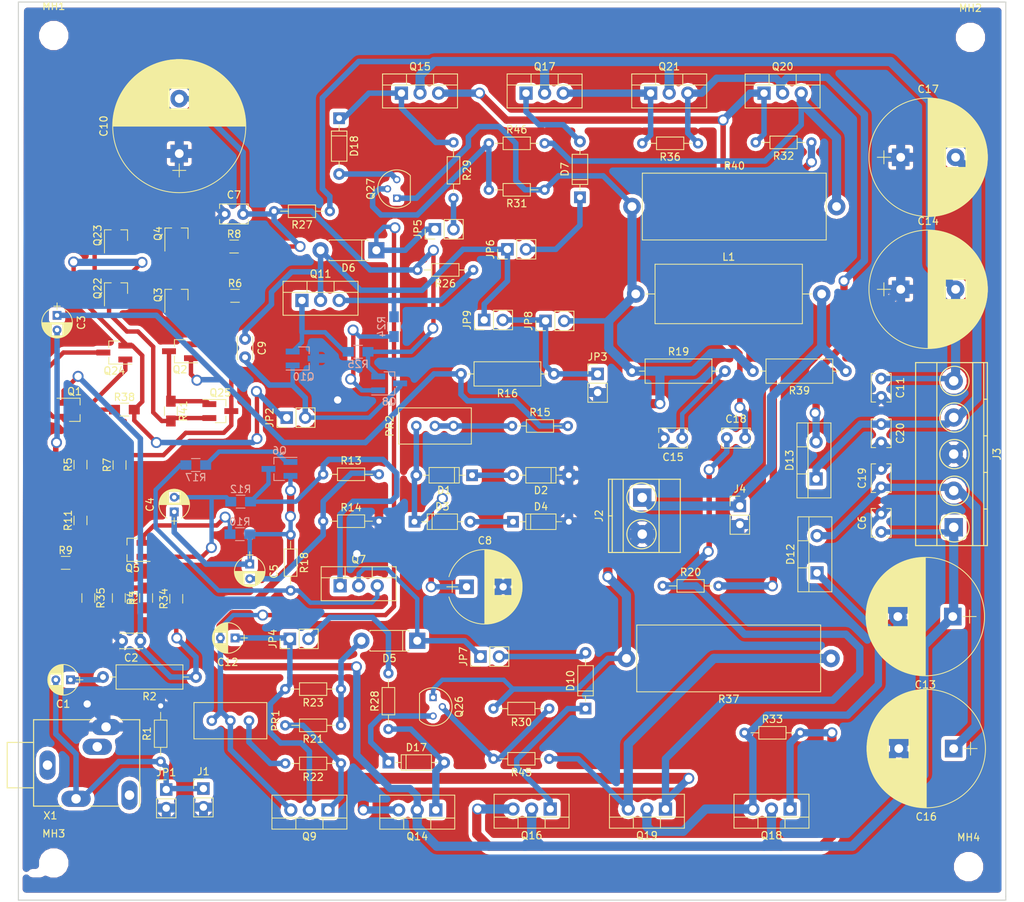
<source format=kicad_pcb>
(kicad_pcb (version 4) (host pcbnew 4.0.7)
  (layers (0 F.Cu mixed) (31 B.Cu mixed) (34 B.Paste user) (35 F.Paste user) (36 B.SilkS user) (37 F.SilkS user) (38 B.Mask user) (39 F.Mask user) (44 Edge.Cuts user))
  (net 0 "")
  (net 1 "Net-(C1-Pad1)")
  (net 2 "Net-(C1-Pad2)")
  (net 3 "Net-(C2-Pad1)")
  (net 4 GND)
  (net 5 "Net-(C3-Pad1)")
  (net 6 "Net-(C3-Pad2)")
  (net 7 "Net-(C4-Pad2)")
  (net 8 "Net-(C5-Pad2)")
  (net 9 "Net-(C10-Pad2)")
  (net 10 "Net-(C8-Pad1)")
  (net 11 "Net-(C9-Pad1)")
  (net 12 "Net-(C9-Pad2)")
  (net 13 "Net-(C12-Pad1)")
  (net 14 "Net-(C12-Pad2)")
  (net 15 "Net-(C15-Pad1)")
  (net 16 +VCC_15V)
  (net 17 VEE_-15V)
  (net 18 "Net-(C18-Pad1)")
  (net 19 "Net-(C18-Pad2)")
  (net 20 "Net-(D1-Pad1)")
  (net 21 "Net-(D3-Pad2)")
  (net 22 "Net-(D10-Pad2)")
  (net 23 "Net-(D5-Pad2)")
  (net 24 "Net-(D7-Pad2)")
  (net 25 "Net-(D10-Pad1)")
  (net 26 "Net-(D12-Pad1)")
  (net 27 "Net-(D13-Pad2)")
  (net 28 "Net-(D17-Pad1)")
  (net 29 "Net-(D17-Pad2)")
  (net 30 "Net-(D18-Pad1)")
  (net 31 "Net-(D18-Pad2)")
  (net 32 +VCC_40V)
  (net 33 VEE_-40V)
  (net 34 "Net-(J2-Pad1)")
  (net 35 "Net-(JP2-Pad1)")
  (net 36 "Net-(PR1-Pad1)")
  (net 37 "Net-(PR2-Pad2)")
  (net 38 "Net-(Q1-Pad2)")
  (net 39 "Net-(Q1-Pad3)")
  (net 40 "Net-(Q2-Pad2)")
  (net 41 "Net-(Q2-Pad3)")
  (net 42 "Net-(Q22-Pad2)")
  (net 43 "Net-(Q3-Pad2)")
  (net 44 "Net-(Q4-Pad2)")
  (net 45 "Net-(Q23-Pad2)")
  (net 46 "Net-(Q5-Pad2)")
  (net 47 "Net-(Q5-Pad3)")
  (net 48 "Net-(Q6-Pad1)")
  (net 49 "Net-(Q6-Pad3)")
  (net 50 "Net-(Q8-Pad1)")
  (net 51 "Net-(Q9-Pad1)")
  (net 52 "Net-(Q10-Pad2)")
  (net 53 "Net-(Q11-Pad3)")
  (net 54 "Net-(Q16-Pad3)")
  (net 55 "Net-(Q17-Pad3)")
  (net 56 "Net-(Q19-Pad3)")
  (net 57 "Net-(Q20-Pad3)")
  (net 58 "Net-(Q22-Pad1)")
  (net 59 "Net-(Q26-Pad2)")
  (net 60 "Net-(Q27-Pad2)")
  (net 61 "Net-(R3-Pad2)")
  (net 62 "Net-(R11-Pad2)")
  (net 63 "Net-(R20-Pad2)")
  (net 64 "Net-(D5-Pad1)")
  (net 65 "Net-(D7-Pad1)")
  (net 66 "Net-(JP4-Pad2)")
  (net 67 "Net-(JP5-Pad2)")
  (net 68 "Net-(JP8-Pad2)")
  (net 69 "Net-(JP3-Pad1)")
  (net 70 "Net-(Q7-Pad3)")
  (module Resistors_THT:R_Axial_DIN0204_L3.6mm_D1.6mm_P7.62mm_Horizontal (layer F.Cu) (at 90.1446 93.345 270)
    (fp_text reference R18 (at 3.81 -1.86 270) (layer F.SilkS))
    (fp_text value 33)
    (pad 1 thru_hole circle (at 0 0 270) (size 1.4 1.4) (drill 0.7) (layers *.Cu *.Mask) (net 32 +VCC_40V))
    (pad 2 thru_hole oval (at 7.62 0 270) (size 1.4 1.4) (drill 0.7) (layers *.Cu *.Mask) (net 70 "Net-(Q7-Pad3)"))
  )
  (module TO_SOT_Packages_SMD:SOT-23_Handsoldering (layer F.Cu) (at 80.5434 76.454)
    (fp_text reference Q25 (at 0 -2.5) (layer F.SilkS))
    (fp_text value BC846)
    (pad 1 smd rect (at -1.5 -0.95) (size 1.9 0.8) (layers F.Cu F.Paste F.Mask) (net 41 "Net-(Q2-Pad3)"))
    (pad 2 smd rect (at -1.5 0.95) (size 1.9 0.8) (layers F.Cu F.Paste F.Mask) (net 58 "Net-(Q22-Pad1)"))
    (pad 3 smd rect (at 1.5 0) (size 1.9 0.8) (layers F.Cu F.Paste F.Mask) (net 40 "Net-(Q2-Pad2)"))
  )
  (module Capacitors_THT:CP_Radial_D4.0mm_P2.00mm (layer F.Cu) (at 60.071 113.157 180)
    (fp_text reference C1 (at 1 -3.31 180) (layer F.SilkS))
    (fp_text value 47u)
    (pad 1 thru_hole rect (at 0 0 180) (size 1.2 1.2) (drill 0.6) (layers *.Cu *.Mask) (net 1 "Net-(C1-Pad1)"))
    (pad 2 thru_hole circle (at 2 0 180) (size 1.2 1.2) (drill 0.6) (layers *.Cu *.Mask) (net 2 "Net-(C1-Pad2)"))
  )
  (module Capacitors_THT:C_Disc_D3.0mm_W2.0mm_P2.50mm (layer F.Cu) (at 69.6214 107.8484 180)
    (fp_text reference C2 (at 1.25 -2.31 180) (layer F.SilkS))
    (fp_text value 0.3n)
    (pad 1 thru_hole circle (at 0 0 180) (size 1.6 1.6) (drill 0.8) (layers *.Cu *.Mask) (net 3 "Net-(C2-Pad1)"))
    (pad 2 thru_hole circle (at 2.5 0 180) (size 1.6 1.6) (drill 0.8) (layers *.Cu *.Mask) (net 4 GND))
  )
  (module Capacitors_THT:CP_Radial_D4.0mm_P2.00mm (layer F.Cu) (at 58.2422 63.373 270)
    (fp_text reference C3 (at 1 -3.31 270) (layer F.SilkS))
    (fp_text value 100u)
    (pad 1 thru_hole rect (at 0 0 270) (size 1.2 1.2) (drill 0.6) (layers *.Cu *.Mask) (net 5 "Net-(C3-Pad1)"))
    (pad 2 thru_hole circle (at 2 0 270) (size 1.2 1.2) (drill 0.6) (layers *.Cu *.Mask) (net 6 "Net-(C3-Pad2)"))
  )
  (module Capacitors_THT:CP_Radial_D4.0mm_P2.00mm (layer F.Cu) (at 74.2442 90.2208 90)
    (fp_text reference C4 (at 1 -3.31 90) (layer F.SilkS))
    (fp_text value 47u)
    (pad 1 thru_hole rect (at 0 0 90) (size 1.2 1.2) (drill 0.6) (layers *.Cu *.Mask) (net 32 +VCC_40V))
    (pad 2 thru_hole circle (at 2 0 90) (size 1.2 1.2) (drill 0.6) (layers *.Cu *.Mask) (net 7 "Net-(C4-Pad2)"))
  )
  (module Capacitors_THT:CP_Radial_D4.0mm_P2.00mm (layer F.Cu) (at 84.5566 97.3582 270)
    (fp_text reference C5 (at 1 -3.31 270) (layer F.SilkS))
    (fp_text value 47u)
    (pad 1 thru_hole rect (at 0 0 270) (size 1.2 1.2) (drill 0.6) (layers *.Cu *.Mask) (net 32 +VCC_40V))
    (pad 2 thru_hole circle (at 2 0 270) (size 1.2 1.2) (drill 0.6) (layers *.Cu *.Mask) (net 8 "Net-(C5-Pad2)"))
  )
  (module Capacitors_THT:C_Disc_D3.8mm_W2.6mm_P2.50mm (layer F.Cu) (at 170.815 92.964 90)
    (fp_text reference C6 (at 1.25 -2.61 90) (layer F.SilkS))
    (fp_text value 100n)
    (pad 1 thru_hole circle (at 0 0 90) (size 1.6 1.6) (drill 0.8) (layers *.Cu *.Mask) (net 32 +VCC_40V))
    (pad 2 thru_hole circle (at 2.5 0 90) (size 1.6 1.6) (drill 0.8) (layers *.Cu *.Mask) (net 4 GND))
  )
  (module Capacitors_THT:C_Disc_D3.8mm_W2.6mm_P2.50mm (layer F.Cu) (at 81.153 49.53)
    (fp_text reference C7 (at 1.25 -2.61) (layer F.SilkS))
    (fp_text value 100n)
    (pad 1 thru_hole circle (at 0 0) (size 1.6 1.6) (drill 0.8) (layers *.Cu *.Mask) (net 4 GND))
    (pad 2 thru_hole circle (at 2.5 0) (size 1.6 1.6) (drill 0.8) (layers *.Cu *.Mask) (net 9 "Net-(C10-Pad2)"))
  )
  (module Capacitors_THT:CP_Radial_D10.0mm_P5.00mm (layer F.Cu) (at 114.173 100.457)
    (fp_text reference C8 (at 2.5 -6.31) (layer F.SilkS))
    (fp_text value 1000u)
    (pad 1 thru_hole rect (at 0 0) (size 2 2) (drill 1) (layers *.Cu *.Mask) (net 10 "Net-(C8-Pad1)"))
    (pad 2 thru_hole circle (at 5 0) (size 2 2) (drill 1) (layers *.Cu *.Mask) (net 4 GND))
  )
  (module Capacitors_THT:C_Disc_D3.0mm_W2.0mm_P2.50mm (layer F.Cu) (at 83.9216 66.5988 270)
    (fp_text reference C9 (at 1.25 -2.31 270) (layer F.SilkS))
    (fp_text value 33p)
    (pad 1 thru_hole circle (at 0 0 270) (size 1.6 1.6) (drill 0.8) (layers *.Cu *.Mask) (net 11 "Net-(C9-Pad1)"))
    (pad 2 thru_hole circle (at 2.5 0 270) (size 1.6 1.6) (drill 0.8) (layers *.Cu *.Mask) (net 12 "Net-(C9-Pad2)"))
  )
  (module Capacitors_THT:CP_Radial_D18.0mm_P7.50mm (layer F.Cu) (at 74.93 41.275 90)
    (fp_text reference C10 (at 3.75 -10.31 90) (layer F.SilkS))
    (fp_text value 1000u)
    (pad 1 thru_hole rect (at 0 0 90) (size 2.4 2.4) (drill 1.2) (layers *.Cu *.Mask) (net 4 GND))
    (pad 2 thru_hole circle (at 7.5 0 90) (size 2.4 2.4) (drill 1.2) (layers *.Cu *.Mask) (net 9 "Net-(C10-Pad2)"))
  )
  (module Capacitors_THT:C_Disc_D3.8mm_W2.6mm_P2.50mm (layer F.Cu) (at 170.815 72.009 270)
    (fp_text reference C11 (at 1.25 -2.61 270) (layer F.SilkS))
    (fp_text value 100n)
    (pad 1 thru_hole circle (at 0 0 270) (size 1.6 1.6) (drill 0.8) (layers *.Cu *.Mask) (net 33 VEE_-40V))
    (pad 2 thru_hole circle (at 2.5 0 270) (size 1.6 1.6) (drill 0.8) (layers *.Cu *.Mask) (net 4 GND))
  )
  (module Capacitors_THT:CP_Radial_D4.0mm_P2.00mm (layer F.Cu) (at 82.55 107.442 180)
    (fp_text reference C12 (at 1 -3.31 180) (layer F.SilkS))
    (fp_text value 47u)
    (pad 1 thru_hole rect (at 0 0 180) (size 1.2 1.2) (drill 0.6) (layers *.Cu *.Mask) (net 13 "Net-(C12-Pad1)"))
    (pad 2 thru_hole circle (at 2 0 180) (size 1.2 1.2) (drill 0.6) (layers *.Cu *.Mask) (net 14 "Net-(C12-Pad2)"))
  )
  (module Capacitors_THT:CP_Radial_D16.0mm_P7.50mm (layer F.Cu) (at 180.594 104.521 180)
    (fp_text reference C13 (at 3.75 -9.31 180) (layer F.SilkS))
    (fp_text value 220u)
    (pad 1 thru_hole rect (at 0 0 180) (size 2.4 2.4) (drill 1.2) (layers *.Cu *.Mask) (net 32 +VCC_40V))
    (pad 2 thru_hole circle (at 7.5 0 180) (size 2.4 2.4) (drill 1.2) (layers *.Cu *.Mask) (net 4 GND))
  )
  (module Capacitors_THT:CP_Radial_D16.0mm_P7.50mm (layer F.Cu) (at 173.482 59.817)
    (fp_text reference C14 (at 3.75 -9.31) (layer F.SilkS))
    (fp_text value 220u)
    (pad 1 thru_hole rect (at 0 0) (size 2.4 2.4) (drill 1.2) (layers *.Cu *.Mask) (net 4 GND))
    (pad 2 thru_hole circle (at 7.5 0) (size 2.4 2.4) (drill 1.2) (layers *.Cu *.Mask) (net 33 VEE_-40V))
  )
  (module Capacitors_THT:C_Disc_D3.8mm_W2.6mm_P2.50mm (layer F.Cu) (at 143.637 80.137 180)
    (fp_text reference C15 (at 1.25 -2.61 180) (layer F.SilkS))
    (fp_text value 100n)
    (pad 1 thru_hole circle (at 0 0 180) (size 1.6 1.6) (drill 0.8) (layers *.Cu *.Mask) (net 15 "Net-(C15-Pad1)"))
    (pad 2 thru_hole circle (at 2.5 0 180) (size 1.6 1.6) (drill 0.8) (layers *.Cu *.Mask) (net 4 GND))
  )
  (module Capacitors_THT:CP_Radial_D16.0mm_P7.50mm (layer F.Cu) (at 180.721 122.555 180)
    (fp_text reference C16 (at 3.75 -9.31 180) (layer F.SilkS))
    (fp_text value 220u)
    (pad 1 thru_hole rect (at 0 0 180) (size 2.4 2.4) (drill 1.2) (layers *.Cu *.Mask) (net 16 +VCC_15V))
    (pad 2 thru_hole circle (at 7.5 0 180) (size 2.4 2.4) (drill 1.2) (layers *.Cu *.Mask) (net 4 GND))
  )
  (module Capacitors_THT:CP_Radial_D16.0mm_P7.50mm (layer F.Cu) (at 173.482 41.783)
    (fp_text reference C17 (at 3.75 -9.31) (layer F.SilkS))
    (fp_text value 220u)
    (pad 1 thru_hole rect (at 0 0) (size 2.4 2.4) (drill 1.2) (layers *.Cu *.Mask) (net 4 GND))
    (pad 2 thru_hole circle (at 7.5 0) (size 2.4 2.4) (drill 1.2) (layers *.Cu *.Mask) (net 17 VEE_-15V))
  )
  (module Capacitors_THT:C_Disc_D3.8mm_W2.6mm_P2.50mm (layer F.Cu) (at 149.733 80.137)
    (fp_text reference C18 (at 1.25 -2.61) (layer F.SilkS))
    (fp_text value 100n)
    (pad 1 thru_hole circle (at 0 0) (size 1.6 1.6) (drill 0.8) (layers *.Cu *.Mask) (net 18 "Net-(C18-Pad1)"))
    (pad 2 thru_hole circle (at 2.5 0) (size 1.6 1.6) (drill 0.8) (layers *.Cu *.Mask) (net 19 "Net-(C18-Pad2)"))
  )
  (module Capacitors_THT:C_Disc_D3.8mm_W2.6mm_P2.50mm (layer F.Cu) (at 170.815 86.868 90)
    (fp_text reference C19 (at 1.25 -2.61 90) (layer F.SilkS))
    (fp_text value 100n)
    (pad 1 thru_hole circle (at 0 0 90) (size 1.6 1.6) (drill 0.8) (layers *.Cu *.Mask) (net 16 +VCC_15V))
    (pad 2 thru_hole circle (at 2.5 0 90) (size 1.6 1.6) (drill 0.8) (layers *.Cu *.Mask) (net 4 GND))
  )
  (module Capacitors_THT:C_Disc_D3.8mm_W2.6mm_P2.50mm (layer F.Cu) (at 170.815 78.232 270)
    (fp_text reference C20 (at 1.25 -2.61 270) (layer F.SilkS))
    (fp_text value 100n)
    (pad 1 thru_hole circle (at 0 0 270) (size 1.6 1.6) (drill 0.8) (layers *.Cu *.Mask) (net 17 VEE_-15V))
    (pad 2 thru_hole circle (at 2.5 0 270) (size 1.6 1.6) (drill 0.8) (layers *.Cu *.Mask) (net 4 GND))
  )
  (module Diodes_THT:D_DO-35_SOD27_P7.62mm_Horizontal (layer F.Cu) (at 114.935 85.217 180)
    (fp_text reference D1 (at 3.81 -2.06 180) (layer F.SilkS))
    (fp_text value 1N4148)
    (pad 1 thru_hole rect (at 0 0 180) (size 1.6 1.6) (drill 0.8) (layers *.Cu *.Mask) (net 20 "Net-(D1-Pad1)"))
    (pad 2 thru_hole oval (at 7.62 0 180) (size 1.6 1.6) (drill 0.8) (layers *.Cu *.Mask) (net 10 "Net-(C8-Pad1)"))
  )
  (module Diodes_THT:D_DO-35_SOD27_P7.62mm_Horizontal (layer F.Cu) (at 128.143 85.217 180)
    (fp_text reference D2 (at 3.81 -2.06 180) (layer F.SilkS))
    (fp_text value 1N4148)
    (pad 1 thru_hole rect (at 0 0 180) (size 1.6 1.6) (drill 0.8) (layers *.Cu *.Mask) (net 4 GND))
    (pad 2 thru_hole oval (at 7.62 0 180) (size 1.6 1.6) (drill 0.8) (layers *.Cu *.Mask) (net 20 "Net-(D1-Pad1)"))
  )
  (module Diodes_THT:D_DO-35_SOD27_P7.62mm_Horizontal (layer F.Cu) (at 107.061 91.567)
    (fp_text reference D3 (at 3.81 -2.06) (layer F.SilkS))
    (fp_text value 1N4148)
    (pad 1 thru_hole rect (at 0 0) (size 1.6 1.6) (drill 0.8) (layers *.Cu *.Mask) (net 10 "Net-(C8-Pad1)"))
    (pad 2 thru_hole oval (at 7.62 0) (size 1.6 1.6) (drill 0.8) (layers *.Cu *.Mask) (net 21 "Net-(D3-Pad2)"))
  )
  (module Diodes_THT:D_DO-35_SOD27_P7.62mm_Horizontal (layer F.Cu) (at 120.523 91.567)
    (fp_text reference D4 (at 3.81 -2.06) (layer F.SilkS))
    (fp_text value 1N4148)
    (pad 1 thru_hole rect (at 0 0) (size 1.6 1.6) (drill 0.8) (layers *.Cu *.Mask) (net 21 "Net-(D3-Pad2)"))
    (pad 2 thru_hole oval (at 7.62 0) (size 1.6 1.6) (drill 0.8) (layers *.Cu *.Mask) (net 4 GND))
  )
  (module Diodes_THT:D_DO-41_SOD81_P7.62mm_Horizontal (layer F.Cu) (at 107.442 107.823 180)
    (fp_text reference D5 (at 3.81 -2.41 180) (layer F.SilkS))
    (fp_text value 1N4728)
    (pad 1 thru_hole rect (at 0 0 180) (size 2.2 2.2) (drill 1.1) (layers *.Cu *.Mask) (net 64 "Net-(D5-Pad1)"))
    (pad 2 thru_hole oval (at 7.62 0 180) (size 2.2 2.2) (drill 1.1) (layers *.Cu *.Mask) (net 23 "Net-(D5-Pad2)"))
  )
  (module Diodes_THT:D_DO-41_SOD81_P7.62mm_Horizontal (layer F.Cu) (at 101.854 54.483 180)
    (fp_text reference D6 (at 3.81 -2.41 180) (layer F.SilkS))
    (fp_text value 1N4728)
    (pad 1 thru_hole rect (at 0 0 180) (size 2.2 2.2) (drill 1.1) (layers *.Cu *.Mask) (net 14 "Net-(C12-Pad2)"))
    (pad 2 thru_hole oval (at 7.62 0 180) (size 2.2 2.2) (drill 1.1) (layers *.Cu *.Mask) (net 11 "Net-(C9-Pad1)"))
  )
  (module Diodes_THT:D_DO-35_SOD27_P7.62mm_Horizontal (layer F.Cu) (at 129.667 47.244 90)
    (fp_text reference D7 (at 3.81 -2.06 90) (layer F.SilkS))
    (fp_text value 1N4148)
    (pad 1 thru_hole rect (at 0 0 90) (size 1.6 1.6) (drill 0.8) (layers *.Cu *.Mask) (net 65 "Net-(D7-Pad1)"))
    (pad 2 thru_hole oval (at 7.62 0 90) (size 1.6 1.6) (drill 0.8) (layers *.Cu *.Mask) (net 24 "Net-(D7-Pad2)"))
  )
  (module Diodes_THT:D_DO-35_SOD27_P7.62mm_Horizontal (layer F.Cu) (at 130.429 117.094 90)
    (fp_text reference D10 (at 3.81 -2.06 90) (layer F.SilkS))
    (fp_text value 1N4148)
    (pad 1 thru_hole rect (at 0 0 90) (size 1.6 1.6) (drill 0.8) (layers *.Cu *.Mask) (net 25 "Net-(D10-Pad1)"))
    (pad 2 thru_hole oval (at 7.62 0 90) (size 1.6 1.6) (drill 0.8) (layers *.Cu *.Mask) (net 22 "Net-(D10-Pad2)"))
  )
  (module TO_SOT_Packages_THT:TO-220-2_Vertical (layer F.Cu) (at 162.052 98.552 90)
    (fp_text reference D12 (at 2.54 -3.62 90) (layer F.SilkS))
    (fp_text value MUR860)
    (pad 1 thru_hole rect (at 0 0 90) (size 1.8 1.8) (drill 1) (layers *.Cu *.Mask) (net 26 "Net-(D12-Pad1)"))
    (pad 2 thru_hole oval (at 5.08 0 90) (size 1.8 1.8) (drill 1) (layers *.Cu *.Mask) (net 16 +VCC_15V))
  )
  (module TO_SOT_Packages_THT:TO-220-2_Vertical (layer F.Cu) (at 161.925 85.725 90)
    (fp_text reference D13 (at 2.54 -3.62 90) (layer F.SilkS))
    (fp_text value MUR860)
    (pad 1 thru_hole rect (at 0 0 90) (size 1.8 1.8) (drill 1) (layers *.Cu *.Mask) (net 17 VEE_-15V))
    (pad 2 thru_hole oval (at 5.08 0 90) (size 1.8 1.8) (drill 1) (layers *.Cu *.Mask) (net 27 "Net-(D13-Pad2)"))
  )
  (module Diodes_THT:D_DO-35_SOD27_P7.62mm_Horizontal (layer F.Cu) (at 103.505 124.46)
    (fp_text reference D17 (at 3.81 -2.06) (layer F.SilkS))
    (fp_text value 1N4148)
    (pad 1 thru_hole rect (at 0 0) (size 1.6 1.6) (drill 0.8) (layers *.Cu *.Mask) (net 28 "Net-(D17-Pad1)"))
    (pad 2 thru_hole oval (at 7.62 0) (size 1.6 1.6) (drill 0.8) (layers *.Cu *.Mask) (net 29 "Net-(D17-Pad2)"))
  )
  (module Diodes_THT:D_DO-35_SOD27_P7.62mm_Horizontal (layer F.Cu) (at 96.774 36.449 270)
    (fp_text reference D18 (at 3.81 -2.06 270) (layer F.SilkS))
    (fp_text value 1N4148)
    (pad 1 thru_hole rect (at 0 0 270) (size 1.6 1.6) (drill 0.8) (layers *.Cu *.Mask) (net 30 "Net-(D18-Pad1)"))
    (pad 2 thru_hole oval (at 7.62 0 270) (size 1.6 1.6) (drill 0.8) (layers *.Cu *.Mask) (net 31 "Net-(D18-Pad2)"))
  )
  (module Pin_Headers:Pin_Header_Straight_1x02_Pitch2.54mm (layer F.Cu) (at 78.232 128.016)
    (fp_text reference J1 (at 0 -2.33) (layer F.SilkS))
    (fp_text value Conn_IN)
    (pad 1 thru_hole rect (at 0 0) (size 1.7 1.7) (drill 1) (layers *.Cu *.Mask) (net 2 "Net-(C1-Pad2)"))
    (pad 2 thru_hole oval (at 0 2.54) (size 1.7 1.7) (drill 1) (layers *.Cu *.Mask) (net 4 GND))
  )
  (module TerminalBlocks_Phoenix:TerminalBlock_Phoenix_MKDS1.5-2pol (layer F.Cu) (at 138.176 88.265 270)
    (fp_text reference J2 (at 2.5 5.9 270) (layer F.SilkS))
    (fp_text value LOAD_CONN)
    (pad 1 thru_hole rect (at 0 0 270) (size 2.5 2.5) (drill 1.3) (layers *.Cu *.Mask) (net 34 "Net-(J2-Pad1)"))
    (pad 2 thru_hole circle (at 5 0 270) (size 2.5 2.5) (drill 1.3) (layers *.Cu *.Mask) (net 4 GND))
  )
  (module TerminalBlocks_Phoenix:TerminalBlock_Phoenix_MKDS1.5-5pol (layer F.Cu) (at 180.721 92.329 90)
    (fp_text reference J3 (at 10 5.9 90) (layer F.SilkS))
    (fp_text value SUPPLY_CONN)
    (pad 5 thru_hole circle (at 20 0 90) (size 2.5 2.5) (drill 1.3) (layers *.Cu *.Mask) (net 33 VEE_-40V))
    (pad 4 thru_hole circle (at 15 0 90) (size 2.5 2.5) (drill 1.3) (layers *.Cu *.Mask) (net 17 VEE_-15V))
    (pad 3 thru_hole circle (at 10 0 90) (size 2.5 2.5) (drill 1.3) (layers *.Cu *.Mask) (net 4 GND))
    (pad 1 thru_hole rect (at 0 0 90) (size 2.5 2.5) (drill 1.3) (layers *.Cu *.Mask) (net 32 +VCC_40V))
    (pad 2 thru_hole circle (at 5 0 90) (size 2.5 2.5) (drill 1.3) (layers *.Cu *.Mask) (net 16 +VCC_15V))
  )
  (module Pin_Headers:Pin_Header_Straight_1x02_Pitch2.54mm (layer F.Cu) (at 73.152 128.143)
    (fp_text reference JP1 (at 0 -2.33) (layer F.SilkS))
    (fp_text value Jumper_NO_Small)
    (pad 1 thru_hole rect (at 0 0) (size 1.7 1.7) (drill 1) (layers *.Cu *.Mask) (net 2 "Net-(C1-Pad2)"))
    (pad 2 thru_hole oval (at 0 2.54) (size 1.7 1.7) (drill 1) (layers *.Cu *.Mask) (net 4 GND))
  )
  (module Pin_Headers:Pin_Header_Straight_1x02_Pitch2.54mm (layer F.Cu) (at 89.6112 77.343 90)
    (fp_text reference JP2 (at 0 -2.33 90) (layer F.SilkS))
    (fp_text value Diff_Stage_Jumper)
    (pad 1 thru_hole rect (at 0 0 90) (size 1.7 1.7) (drill 1) (layers *.Cu *.Mask) (net 35 "Net-(JP2-Pad1)"))
    (pad 2 thru_hole oval (at 0 2.54 90) (size 1.7 1.7) (drill 1) (layers *.Cu *.Mask) (net 12 "Net-(C9-Pad2)"))
  )
  (module Pin_Headers:Pin_Header_Straight_1x02_Pitch2.54mm (layer F.Cu) (at 132.08 71.374)
    (fp_text reference JP3 (at 0 -2.33) (layer F.SilkS))
    (fp_text value Jumper_Q2)
    (pad 1 thru_hole rect (at 0 0) (size 1.7 1.7) (drill 1) (layers *.Cu *.Mask) (net 69 "Net-(JP3-Pad1)"))
    (pad 2 thru_hole oval (at 0 2.54) (size 1.7 1.7) (drill 1) (layers *.Cu *.Mask) (net 4 GND))
  )
  (module Pin_Headers:Pin_Header_Straight_1x02_Pitch2.54mm (layer F.Cu) (at 90.043 107.569 90)
    (fp_text reference JP4 (at 0 -2.33 90) (layer F.SilkS))
    (fp_text value Low_Pos_Jumper)
    (pad 1 thru_hole rect (at 0 0 90) (size 1.7 1.7) (drill 1) (layers *.Cu *.Mask) (net 13 "Net-(C12-Pad1)"))
    (pad 2 thru_hole oval (at 0 2.54 90) (size 1.7 1.7) (drill 1) (layers *.Cu *.Mask) (net 66 "Net-(JP4-Pad2)"))
  )
  (module Potentiometers:Potentiometer_Trimmer_Suntan_TSR-3386C_Vertical (layer F.Cu) (at 84.455 118.745 270)
    (fp_text reference PR1 (at 0 -3.625 270) (layer F.SilkS))
    (fp_text value 1k)
    (pad 3 thru_hole circle (at 0 5.08 270) (size 1.44 1.44) (drill 0.8) (layers *.Cu *.Mask) (net 14 "Net-(C12-Pad2)"))
    (pad 2 thru_hole circle (at 0 2.54 270) (size 1.44 1.44) (drill 0.8) (layers *.Cu *.Mask) (net 14 "Net-(C12-Pad2)"))
    (pad 1 thru_hole circle (at 0 0 270) (size 1.44 1.44) (drill 0.8) (layers *.Cu *.Mask) (net 36 "Net-(PR1-Pad1)"))
  )
  (module Potentiometers:Potentiometer_Trimmer_Suntan_TSR-3386C_Vertical (layer F.Cu) (at 107.315 78.486 90)
    (fp_text reference PR2 (at 0 -3.625 90) (layer F.SilkS))
    (fp_text value 100)
    (pad 3 thru_hole circle (at 0 5.08 90) (size 1.44 1.44) (drill 0.8) (layers *.Cu *.Mask) (net 37 "Net-(PR2-Pad2)"))
    (pad 2 thru_hole circle (at 0 2.54 90) (size 1.44 1.44) (drill 0.8) (layers *.Cu *.Mask) (net 37 "Net-(PR2-Pad2)"))
    (pad 1 thru_hole circle (at 0 0 90) (size 1.44 1.44) (drill 0.8) (layers *.Cu *.Mask) (net 10 "Net-(C8-Pad1)"))
  )
  (module TO_SOT_Packages_SMD:SOT-23_Handsoldering (layer F.Cu) (at 60.6298 76.2762)
    (fp_text reference Q1 (at 0 -2.5) (layer F.SilkS))
    (fp_text value BC856)
    (pad 1 smd rect (at -1.5 -0.95) (size 1.9 0.8) (layers F.Cu F.Paste F.Mask) (net 3 "Net-(C2-Pad1)"))
    (pad 2 smd rect (at -1.5 0.95) (size 1.9 0.8) (layers F.Cu F.Paste F.Mask) (net 38 "Net-(Q1-Pad2)"))
    (pad 3 smd rect (at 1.5 0) (size 1.9 0.8) (layers F.Cu F.Paste F.Mask) (net 39 "Net-(Q1-Pad3)"))
  )
  (module TO_SOT_Packages_SMD:SOT-23_Handsoldering (layer F.Cu) (at 75.0316 68.2752 180)
    (fp_text reference Q2 (at 0 -2.5 180) (layer F.SilkS))
    (fp_text value BC856)
    (pad 1 smd rect (at -1.5 -0.95 180) (size 1.9 0.8) (layers F.Cu F.Paste F.Mask) (net 5 "Net-(C3-Pad1)"))
    (pad 2 smd rect (at -1.5 0.95 180) (size 1.9 0.8) (layers F.Cu F.Paste F.Mask) (net 40 "Net-(Q2-Pad2)"))
    (pad 3 smd rect (at 1.5 0 180) (size 1.9 0.8) (layers F.Cu F.Paste F.Mask) (net 41 "Net-(Q2-Pad3)"))
  )
  (module TO_SOT_Packages_SMD:SOT-23_Handsoldering (layer F.Cu) (at 74.549 60.579 90)
    (fp_text reference Q3 (at 0 -2.5 90) (layer F.SilkS))
    (fp_text value BC846)
    (pad 1 smd rect (at -1.5 -0.95 90) (size 1.9 0.8) (layers F.Cu F.Paste F.Mask) (net 42 "Net-(Q22-Pad2)"))
    (pad 2 smd rect (at -1.5 0.95 90) (size 1.9 0.8) (layers F.Cu F.Paste F.Mask) (net 43 "Net-(Q3-Pad2)"))
    (pad 3 smd rect (at 1.5 0 90) (size 1.9 0.8) (layers F.Cu F.Paste F.Mask) (net 42 "Net-(Q22-Pad2)"))
  )
  (module TO_SOT_Packages_SMD:SOT-23_Handsoldering (layer F.Cu) (at 74.549 52.197 90)
    (fp_text reference Q4 (at 0 -2.5 90) (layer F.SilkS))
    (fp_text value BC846)
    (pad 1 smd rect (at -1.5 -0.95 90) (size 1.9 0.8) (layers F.Cu F.Paste F.Mask) (net 42 "Net-(Q22-Pad2)"))
    (pad 2 smd rect (at -1.5 0.95 90) (size 1.9 0.8) (layers F.Cu F.Paste F.Mask) (net 44 "Net-(Q4-Pad2)"))
    (pad 3 smd rect (at 1.5 0 90) (size 1.9 0.8) (layers F.Cu F.Paste F.Mask) (net 45 "Net-(Q23-Pad2)"))
  )
  (module TO_SOT_Packages_SMD:SOT-23_Handsoldering (layer F.Cu) (at 68.5546 95.4024 180)
    (fp_text reference Q5 (at 0 -2.5 180) (layer F.SilkS))
    (fp_text value BC856)
    (pad 1 smd rect (at -1.5 -0.95 180) (size 1.9 0.8) (layers F.Cu F.Paste F.Mask) (net 7 "Net-(C4-Pad2)"))
    (pad 2 smd rect (at -1.5 0.95 180) (size 1.9 0.8) (layers F.Cu F.Paste F.Mask) (net 46 "Net-(Q5-Pad2)"))
    (pad 3 smd rect (at 1.5 0 180) (size 1.9 0.8) (layers F.Cu F.Paste F.Mask) (net 47 "Net-(Q5-Pad3)"))
  )
  (module TO_SOT_Packages_SMD:SOT-23_Handsoldering (layer B.Cu) (at 88.6206 84.3534 180)
    (fp_text reference Q6 (at 0 2.5 180) (layer B.SilkS) (effects (justify mirror)))
    (fp_text value BC856)
    (pad 1 smd rect (at -1.5 0.95 180) (size 1.9 0.8) (layers B.Cu B.Paste B.Mask) (net 48 "Net-(Q6-Pad1)"))
    (pad 2 smd rect (at -1.5 -0.95 180) (size 1.9 0.8) (layers B.Cu B.Paste B.Mask) (net 32 +VCC_40V))
    (pad 3 smd rect (at 1.5 0 180) (size 1.9 0.8) (layers B.Cu B.Paste B.Mask) (net 49 "Net-(Q6-Pad3)"))
  )
  (module TO_SOT_Packages_SMD:SOT-23_Handsoldering (layer B.Cu) (at 103.6066 72.6694)
    (fp_text reference Q8 (at 0 2.5) (layer B.SilkS) (effects (justify mirror)))
    (fp_text value BC846)
    (pad 1 smd rect (at -1.5 0.95) (size 1.9 0.8) (layers B.Cu B.Paste B.Mask) (net 50 "Net-(Q8-Pad1)"))
    (pad 2 smd rect (at -1.5 -0.95) (size 1.9 0.8) (layers B.Cu B.Paste B.Mask) (net 9 "Net-(C10-Pad2)"))
    (pad 3 smd rect (at 1.5 0) (size 1.9 0.8) (layers B.Cu B.Paste B.Mask) (net 12 "Net-(C9-Pad2)"))
  )
  (module TO_SOT_Packages_SMD:SOT-23_Handsoldering (layer B.Cu) (at 91.9226 69.2658)
    (fp_text reference Q10 (at 0 2.5) (layer B.SilkS) (effects (justify mirror)))
    (fp_text value BC846)
    (pad 1 smd rect (at -1.5 0.95) (size 1.9 0.8) (layers B.Cu B.Paste B.Mask) (net 12 "Net-(C9-Pad2)"))
    (pad 2 smd rect (at -1.5 -0.95) (size 1.9 0.8) (layers B.Cu B.Paste B.Mask) (net 52 "Net-(Q10-Pad2)"))
    (pad 3 smd rect (at 1.5 0) (size 1.9 0.8) (layers B.Cu B.Paste B.Mask) (net 4 GND))
  )
  (module TO_SOT_Packages_THT:TO-220-3_Vertical (layer F.Cu) (at 158.369 130.81 180)
    (fp_text reference Q18 (at 2.54 -3.62 180) (layer F.SilkS))
    (fp_text value 2SC5200)
    (pad 1 thru_hole rect (at 0 0 180) (size 1.8 1.8) (drill 1) (layers *.Cu *.Mask) (net 54 "Net-(Q16-Pad3)"))
    (pad 2 thru_hole oval (at 2.54 0 180) (size 1.8 1.8) (drill 1) (layers *.Cu *.Mask) (net 32 +VCC_40V))
    (pad 3 thru_hole oval (at 5.08 0 180) (size 1.8 1.8) (drill 1) (layers *.Cu *.Mask) (net 26 "Net-(D12-Pad1)"))
  )
  (module TO_SOT_Packages_THT:TO-220-3_Vertical (layer F.Cu) (at 141.351 130.81 180)
    (fp_text reference Q19 (at 2.54 -3.62 180) (layer F.SilkS))
    (fp_text value 2SC5200)
    (pad 1 thru_hole rect (at 0 0 180) (size 1.8 1.8) (drill 1) (layers *.Cu *.Mask) (net 18 "Net-(C18-Pad1)"))
    (pad 2 thru_hole oval (at 2.54 0 180) (size 1.8 1.8) (drill 1) (layers *.Cu *.Mask) (net 26 "Net-(D12-Pad1)"))
    (pad 3 thru_hole oval (at 5.08 0 180) (size 1.8 1.8) (drill 1) (layers *.Cu *.Mask) (net 56 "Net-(Q19-Pad3)"))
  )
  (module TO_SOT_Packages_THT:TO-220-3_Vertical (layer F.Cu) (at 154.813 33.02)
    (fp_text reference Q20 (at 2.54 -3.62) (layer F.SilkS))
    (fp_text value 2SA1943)
    (pad 1 thru_hole rect (at 0 0) (size 1.8 1.8) (drill 1) (layers *.Cu *.Mask) (net 19 "Net-(C18-Pad2)"))
    (pad 2 thru_hole oval (at 2.54 0) (size 1.8 1.8) (drill 1) (layers *.Cu *.Mask) (net 27 "Net-(D13-Pad2)"))
    (pad 3 thru_hole oval (at 5.08 0) (size 1.8 1.8) (drill 1) (layers *.Cu *.Mask) (net 57 "Net-(Q20-Pad3)"))
  )
  (module TO_SOT_Packages_THT:TO-220-3_Vertical (layer F.Cu) (at 139.319 33.02)
    (fp_text reference Q21 (at 2.54 -3.62) (layer F.SilkS))
    (fp_text value 2SA1943)
    (pad 1 thru_hole rect (at 0 0) (size 1.8 1.8) (drill 1) (layers *.Cu *.Mask) (net 55 "Net-(Q17-Pad3)"))
    (pad 2 thru_hole oval (at 2.54 0) (size 1.8 1.8) (drill 1) (layers *.Cu *.Mask) (net 33 VEE_-40V))
    (pad 3 thru_hole oval (at 5.08 0) (size 1.8 1.8) (drill 1) (layers *.Cu *.Mask) (net 27 "Net-(D13-Pad2)"))
  )
  (module TO_SOT_Packages_SMD:SOT-23_Handsoldering (layer F.Cu) (at 66.294 59.69 90)
    (fp_text reference Q22 (at 0 -2.5 90) (layer F.SilkS))
    (fp_text value BC846)
    (pad 1 smd rect (at -1.5 -0.95 90) (size 1.9 0.8) (layers F.Cu F.Paste F.Mask) (net 58 "Net-(Q22-Pad1)"))
    (pad 2 smd rect (at -1.5 0.95 90) (size 1.9 0.8) (layers F.Cu F.Paste F.Mask) (net 42 "Net-(Q22-Pad2)"))
    (pad 3 smd rect (at 1.5 0 90) (size 1.9 0.8) (layers F.Cu F.Paste F.Mask) (net 35 "Net-(JP2-Pad1)"))
  )
  (module TO_SOT_Packages_SMD:SOT-23_Handsoldering (layer F.Cu) (at 66.294 52.451 90)
    (fp_text reference Q23 (at 0 -2.5 90) (layer F.SilkS))
    (fp_text value BC846)
    (pad 1 smd rect (at -1.5 -0.95 90) (size 1.9 0.8) (layers F.Cu F.Paste F.Mask) (net 58 "Net-(Q22-Pad1)"))
    (pad 2 smd rect (at -1.5 0.95 90) (size 1.9 0.8) (layers F.Cu F.Paste F.Mask) (net 45 "Net-(Q23-Pad2)"))
    (pad 3 smd rect (at 1.5 0 90) (size 1.9 0.8) (layers F.Cu F.Paste F.Mask) (net 58 "Net-(Q22-Pad1)"))
  )
  (module TO_SOT_Packages_SMD:SOT-23_Handsoldering (layer F.Cu) (at 66.0654 68.453 180)
    (fp_text reference Q24 (at 0 -2.5 180) (layer F.SilkS))
    (fp_text value BC846)
    (pad 1 smd rect (at -1.5 -0.95 180) (size 1.9 0.8) (layers F.Cu F.Paste F.Mask) (net 39 "Net-(Q1-Pad3)"))
    (pad 2 smd rect (at -1.5 0.95 180) (size 1.9 0.8) (layers F.Cu F.Paste F.Mask) (net 35 "Net-(JP2-Pad1)"))
    (pad 3 smd rect (at 1.5 0 180) (size 1.9 0.8) (layers F.Cu F.Paste F.Mask) (net 38 "Net-(Q1-Pad2)"))
  )
  (module TO_SOT_Packages_THT:TO-92_Molded_Narrow (layer F.Cu) (at 109.601 115.57 270)
    (fp_text reference Q26 (at 1.27 -3.56 270) (layer F.SilkS))
    (fp_text value MPSA42)
    (pad 2 thru_hole circle (at 1.27 -1.27) (size 1 1) (drill 0.6) (layers *.Cu *.Mask) (net 59 "Net-(Q26-Pad2)"))
    (pad 3 thru_hole circle (at 2.54 0) (size 1 1) (drill 0.6) (layers *.Cu *.Mask) (net 28 "Net-(D17-Pad1)"))
    (pad 1 thru_hole rect (at 0 0) (size 1 1) (drill 0.6) (layers *.Cu *.Mask) (net 68 "Net-(JP8-Pad2)"))
  )
  (module TO_SOT_Packages_THT:TO-92_Molded_Narrow (layer F.Cu) (at 104.648 47.371 90)
    (fp_text reference Q27 (at 1.27 -3.56 90) (layer F.SilkS))
    (fp_text value MPSA92)
    (pad 2 thru_hole circle (at 1.27 -1.27 180) (size 1 1) (drill 0.6) (layers *.Cu *.Mask) (net 60 "Net-(Q27-Pad2)"))
    (pad 3 thru_hole circle (at 2.54 0 180) (size 1 1) (drill 0.6) (layers *.Cu *.Mask) (net 31 "Net-(D18-Pad2)"))
    (pad 1 thru_hole rect (at 0 0 180) (size 1 1) (drill 0.6) (layers *.Cu *.Mask) (net 68 "Net-(JP8-Pad2)"))
  )
  (module Resistors_THT:R_Axial_DIN0204_L3.6mm_D1.6mm_P7.62mm_Horizontal (layer F.Cu) (at 72.39 124.333 90)
    (fp_text reference R1 (at 3.81 -1.86 90) (layer F.SilkS))
    (fp_text value 100k)
    (pad 1 thru_hole circle (at 0 0 90) (size 1.4 1.4) (drill 0.7) (layers *.Cu *.Mask) (net 2 "Net-(C1-Pad2)"))
    (pad 2 thru_hole oval (at 7.62 0 90) (size 1.4 1.4) (drill 0.7) (layers *.Cu *.Mask) (net 4 GND))
  )
  (module Resistors_THT:R_Axial_DIN0309_L9.0mm_D3.2mm_P12.70mm_Horizontal (layer F.Cu) (at 77.216 112.776 180)
    (fp_text reference R2 (at 6.35 -2.66 180) (layer F.SilkS))
    (fp_text value 10)
    (pad 1 thru_hole circle (at 0 0 180) (size 1.6 1.6) (drill 0.8) (layers *.Cu *.Mask) (net 3 "Net-(C2-Pad1)"))
    (pad 2 thru_hole oval (at 12.7 0 180) (size 1.6 1.6) (drill 0.8) (layers *.Cu *.Mask) (net 1 "Net-(C1-Pad1)"))
  )
  (module Resistors_SMD:R_0805_HandSoldering (layer F.Cu) (at 61.4426 83.7692 90)
    (fp_text reference R5 (at 0 -1.7 90) (layer F.SilkS))
    (fp_text value 100)
    (pad 1 smd rect (at -1.35 0 90) (size 1.5 1.3) (layers F.Cu F.Paste F.Mask) (net 62 "Net-(R11-Pad2)"))
    (pad 2 smd rect (at 1.35 0 90) (size 1.5 1.3) (layers F.Cu F.Paste F.Mask) (net 38 "Net-(Q1-Pad2)"))
  )
  (module Resistors_SMD:R_0805_HandSoldering (layer F.Cu) (at 82.55 60.706)
    (fp_text reference R6 (at 0 -1.7) (layer F.SilkS))
    (fp_text value 68)
    (pad 1 smd rect (at -1.35 0) (size 1.5 1.3) (layers F.Cu F.Paste F.Mask) (net 43 "Net-(Q3-Pad2)"))
    (pad 2 smd rect (at 1.35 0) (size 1.5 1.3) (layers F.Cu F.Paste F.Mask) (net 9 "Net-(C10-Pad2)"))
  )
  (module Resistors_SMD:R_0805_HandSoldering (layer F.Cu) (at 66.7766 83.82 90)
    (fp_text reference R7 (at 0 -1.7 90) (layer F.SilkS))
    (fp_text value 100)
    (pad 1 smd rect (at -1.35 0 90) (size 1.5 1.3) (layers F.Cu F.Paste F.Mask) (net 62 "Net-(R11-Pad2)"))
    (pad 2 smd rect (at 1.35 0 90) (size 1.5 1.3) (layers F.Cu F.Paste F.Mask) (net 40 "Net-(Q2-Pad2)"))
  )
  (module Resistors_SMD:R_0805_HandSoldering (layer F.Cu) (at 82.423 53.975)
    (fp_text reference R8 (at 0 -1.7) (layer F.SilkS))
    (fp_text value 68)
    (pad 1 smd rect (at -1.35 0) (size 1.5 1.3) (layers F.Cu F.Paste F.Mask) (net 44 "Net-(Q4-Pad2)"))
    (pad 2 smd rect (at 1.35 0) (size 1.5 1.3) (layers F.Cu F.Paste F.Mask) (net 9 "Net-(C10-Pad2)"))
  )
  (module Resistors_SMD:R_0805_HandSoldering (layer F.Cu) (at 59.4106 97.1804)
    (fp_text reference R9 (at 0 -1.7) (layer F.SilkS))
    (fp_text value 100)
    (pad 1 smd rect (at -1.35 0) (size 1.5 1.3) (layers F.Cu F.Paste F.Mask) (net 6 "Net-(C3-Pad2)"))
    (pad 2 smd rect (at 1.35 0) (size 1.5 1.3) (layers F.Cu F.Paste F.Mask) (net 61 "Net-(R3-Pad2)"))
  )
  (module Resistors_SMD:R_0805_HandSoldering (layer B.Cu) (at 83.2104 93.2688 180)
    (fp_text reference R10 (at 0 1.7 180) (layer B.SilkS) (effects (justify mirror)))
    (fp_text value 100)
    (pad 1 smd rect (at -1.35 0 180) (size 1.5 1.3) (layers B.Cu B.Paste B.Mask) (net 32 +VCC_40V))
    (pad 2 smd rect (at 1.35 0 180) (size 1.5 1.3) (layers B.Cu B.Paste B.Mask) (net 46 "Net-(Q5-Pad2)"))
  )
  (module Resistors_SMD:R_0805_HandSoldering (layer F.Cu) (at 61.4426 91.3892 90)
    (fp_text reference R11 (at 0 -1.7 90) (layer F.SilkS))
    (fp_text value 2.2k)
    (pad 1 smd rect (at -1.35 0 90) (size 1.5 1.3) (layers F.Cu F.Paste F.Mask) (net 47 "Net-(Q5-Pad3)"))
    (pad 2 smd rect (at 1.35 0 90) (size 1.5 1.3) (layers F.Cu F.Paste F.Mask) (net 62 "Net-(R11-Pad2)"))
  )
  (module Resistors_SMD:R_0805_HandSoldering (layer B.Cu) (at 83.312 88.8238 180)
    (fp_text reference R12 (at 0 1.7 180) (layer B.SilkS) (effects (justify mirror)))
    (fp_text value 2.2k)
    (pad 1 smd rect (at -1.35 0 180) (size 1.5 1.3) (layers B.Cu B.Paste B.Mask) (net 49 "Net-(Q6-Pad3)"))
    (pad 2 smd rect (at 1.35 0 180) (size 1.5 1.3) (layers B.Cu B.Paste B.Mask) (net 7 "Net-(C4-Pad2)"))
  )
  (module Resistors_THT:R_Axial_DIN0204_L3.6mm_D1.6mm_P7.62mm_Horizontal (layer F.Cu) (at 94.5896 85.09)
    (fp_text reference R13 (at 3.81 -1.86) (layer F.SilkS))
    (fp_text value 10k)
    (pad 1 thru_hole circle (at 0 0) (size 1.4 1.4) (drill 0.7) (layers *.Cu *.Mask) (net 49 "Net-(Q6-Pad3)"))
    (pad 2 thru_hole oval (at 7.62 0) (size 1.4 1.4) (drill 0.7) (layers *.Cu *.Mask) (net 8 "Net-(C5-Pad2)"))
  )
  (module Resistors_THT:R_Axial_DIN0204_L3.6mm_D1.6mm_P7.62mm_Horizontal (layer F.Cu) (at 94.5896 91.4908)
    (fp_text reference R14 (at 3.81 -1.86) (layer F.SilkS))
    (fp_text value 10k)
    (pad 1 thru_hole circle (at 0 0) (size 1.4 1.4) (drill 0.7) (layers *.Cu *.Mask) (net 8 "Net-(C5-Pad2)"))
    (pad 2 thru_hole oval (at 7.62 0) (size 1.4 1.4) (drill 0.7) (layers *.Cu *.Mask) (net 4 GND))
  )
  (module Resistors_THT:R_Axial_DIN0204_L3.6mm_D1.6mm_P7.62mm_Horizontal (layer F.Cu) (at 120.396 78.486)
    (fp_text reference R15 (at 3.81 -1.86) (layer F.SilkS))
    (fp_text value 51)
    (pad 1 thru_hole circle (at 0 0) (size 1.4 1.4) (drill 0.7) (layers *.Cu *.Mask) (net 37 "Net-(PR2-Pad2)"))
    (pad 2 thru_hole oval (at 7.62 0) (size 1.4 1.4) (drill 0.7) (layers *.Cu *.Mask) (net 5 "Net-(C3-Pad1)"))
  )
  (module Resistors_THT:R_Axial_DIN0309_L9.0mm_D3.2mm_P12.70mm_Horizontal (layer F.Cu) (at 126.111 71.374 180)
    (fp_text reference R16 (at 6.35 -2.66 180) (layer F.SilkS))
    (fp_text value 2.2k)
    (pad 1 thru_hole circle (at 0 0 180) (size 1.6 1.6) (drill 0.8) (layers *.Cu *.Mask) (net 69 "Net-(JP3-Pad1)"))
    (pad 2 thru_hole oval (at 12.7 0 180) (size 1.6 1.6) (drill 0.8) (layers *.Cu *.Mask) (net 5 "Net-(C3-Pad1)"))
  )
  (module Resistors_SMD:R_0805_HandSoldering (layer B.Cu) (at 77.1906 83.82)
    (fp_text reference R17 (at 0 1.7) (layer B.SilkS) (effects (justify mirror)))
    (fp_text value 2.2k)
    (pad 1 smd rect (at -1.35 0) (size 1.5 1.3) (layers B.Cu B.Paste B.Mask) (net 70 "Net-(Q7-Pad3)"))
    (pad 2 smd rect (at 1.35 0) (size 1.5 1.3) (layers B.Cu B.Paste B.Mask) (net 48 "Net-(Q6-Pad1)"))
  )
  (module Resistors_THT:R_Axial_DIN0309_L9.0mm_D3.2mm_P12.70mm_Horizontal (layer F.Cu) (at 136.779 70.993)
    (fp_text reference R19 (at 6.35 -2.66) (layer F.SilkS))
    (fp_text value 10)
    (pad 1 thru_hole circle (at 0 0) (size 1.6 1.6) (drill 0.8) (layers *.Cu *.Mask) (net 68 "Net-(JP8-Pad2)"))
    (pad 2 thru_hole oval (at 12.7 0) (size 1.6 1.6) (drill 0.8) (layers *.Cu *.Mask) (net 15 "Net-(C15-Pad1)"))
  )
  (module Resistors_THT:R_Axial_DIN0204_L3.6mm_D1.6mm_P7.62mm_Horizontal (layer F.Cu) (at 140.97 100.33)
    (fp_text reference R20 (at 3.81 -1.86) (layer F.SilkS))
    (fp_text value 100)
    (pad 1 thru_hole circle (at 0 0) (size 1.4 1.4) (drill 0.7) (layers *.Cu *.Mask) (net 18 "Net-(C18-Pad1)"))
    (pad 2 thru_hole oval (at 7.62 0) (size 1.4 1.4) (drill 0.7) (layers *.Cu *.Mask) (net 63 "Net-(R20-Pad2)"))
  )
  (module Resistors_THT:R_Axial_DIN0204_L3.6mm_D1.6mm_P7.62mm_Horizontal (layer F.Cu) (at 97.028 119.38 180)
    (fp_text reference R21 (at 3.81 -1.86 180) (layer F.SilkS))
    (fp_text value 3.3k)
    (pad 1 thru_hole circle (at 0 0 180) (size 1.4 1.4) (drill 0.7) (layers *.Cu *.Mask) (net 23 "Net-(D5-Pad2)"))
    (pad 2 thru_hole oval (at 7.62 0 180) (size 1.4 1.4) (drill 0.7) (layers *.Cu *.Mask) (net 51 "Net-(Q9-Pad1)"))
  )
  (module Resistors_THT:R_Axial_DIN0204_L3.6mm_D1.6mm_P7.62mm_Horizontal (layer F.Cu) (at 97.028 124.587 180)
    (fp_text reference R22 (at 3.81 -1.86 180) (layer F.SilkS))
    (fp_text value 330)
    (pad 1 thru_hole circle (at 0 0 180) (size 1.4 1.4) (drill 0.7) (layers *.Cu *.Mask) (net 51 "Net-(Q9-Pad1)"))
    (pad 2 thru_hole oval (at 7.62 0 180) (size 1.4 1.4) (drill 0.7) (layers *.Cu *.Mask) (net 36 "Net-(PR1-Pad1)"))
  )
  (module Resistors_THT:R_Axial_DIN0204_L3.6mm_D1.6mm_P7.62mm_Horizontal (layer F.Cu) (at 97.028 114.427 180)
    (fp_text reference R23 (at 3.81 -1.86 180) (layer F.SilkS))
    (fp_text value 16)
    (pad 1 thru_hole circle (at 0 0 180) (size 1.4 1.4) (drill 0.7) (layers *.Cu *.Mask) (net 23 "Net-(D5-Pad2)"))
    (pad 2 thru_hole oval (at 7.62 0 180) (size 1.4 1.4) (drill 0.7) (layers *.Cu *.Mask) (net 13 "Net-(C12-Pad1)"))
  )
  (module Resistors_SMD:R_0805_HandSoldering (layer B.Cu) (at 104.267 64.9224 270)
    (fp_text reference R24 (at 0 1.7 270) (layer B.SilkS) (effects (justify mirror)))
    (fp_text value 2.2k)
    (pad 1 smd rect (at -1.35 0 270) (size 1.5 1.3) (layers B.Cu B.Paste B.Mask) (net 53 "Net-(Q11-Pad3)"))
    (pad 2 smd rect (at 1.35 0 270) (size 1.5 1.3) (layers B.Cu B.Paste B.Mask) (net 50 "Net-(Q8-Pad1)"))
  )
  (module Resistors_SMD:R_0805_HandSoldering (layer B.Cu) (at 99.3648 68.3514)
    (fp_text reference R25 (at 0 1.7) (layer B.SilkS) (effects (justify mirror)))
    (fp_text value 2.2k)
    (pad 1 smd rect (at -1.35 0) (size 1.5 1.3) (layers B.Cu B.Paste B.Mask) (net 52 "Net-(Q10-Pad2)"))
    (pad 2 smd rect (at 1.35 0) (size 1.5 1.3) (layers B.Cu B.Paste B.Mask) (net 9 "Net-(C10-Pad2)"))
  )
  (module Resistors_THT:R_Axial_DIN0204_L3.6mm_D1.6mm_P7.62mm_Horizontal (layer F.Cu) (at 115.0874 57.1754 180)
    (fp_text reference R26 (at 3.81 -1.86 180) (layer F.SilkS))
    (fp_text value 10)
    (pad 1 thru_hole circle (at 0 0 180) (size 1.4 1.4) (drill 0.7) (layers *.Cu *.Mask) (net 53 "Net-(Q11-Pad3)"))
    (pad 2 thru_hole oval (at 7.62 0 180) (size 1.4 1.4) (drill 0.7) (layers *.Cu *.Mask) (net 9 "Net-(C10-Pad2)"))
  )
  (module Resistors_THT:R_Axial_DIN0204_L3.6mm_D1.6mm_P7.62mm_Horizontal (layer F.Cu) (at 95.504 49.149 180)
    (fp_text reference R27 (at 3.81 -1.86 180) (layer F.SilkS))
    (fp_text value 10)
    (pad 1 thru_hole circle (at 0 0 180) (size 1.4 1.4) (drill 0.7) (layers *.Cu *.Mask) (net 33 VEE_-40V))
    (pad 2 thru_hole oval (at 7.62 0 180) (size 1.4 1.4) (drill 0.7) (layers *.Cu *.Mask) (net 9 "Net-(C10-Pad2)"))
  )
  (module Resistors_THT:R_Axial_DIN0204_L3.6mm_D1.6mm_P7.62mm_Horizontal (layer F.Cu) (at 103.505 119.888 90)
    (fp_text reference R28 (at 3.81 -1.86 90) (layer F.SilkS))
    (fp_text value 100)
    (pad 1 thru_hole circle (at 0 0 90) (size 1.4 1.4) (drill 0.7) (layers *.Cu *.Mask) (net 29 "Net-(D17-Pad2)"))
    (pad 2 thru_hole oval (at 7.62 0 90) (size 1.4 1.4) (drill 0.7) (layers *.Cu *.Mask) (net 66 "Net-(JP4-Pad2)"))
  )
  (module Resistors_THT:R_Axial_DIN0204_L3.6mm_D1.6mm_P7.62mm_Horizontal (layer F.Cu) (at 112.395 39.751 270)
    (fp_text reference R29 (at 3.81 -1.86 270) (layer F.SilkS))
    (fp_text value 100)
    (pad 1 thru_hole circle (at 0 0 270) (size 1.4 1.4) (drill 0.7) (layers *.Cu *.Mask) (net 30 "Net-(D18-Pad1)"))
    (pad 2 thru_hole oval (at 7.62 0 270) (size 1.4 1.4) (drill 0.7) (layers *.Cu *.Mask) (net 67 "Net-(JP5-Pad2)"))
  )
  (module Resistors_THT:R_Axial_DIN0204_L3.6mm_D1.6mm_P7.62mm_Horizontal (layer F.Cu) (at 125.476 117.094 180)
    (fp_text reference R30 (at 3.81 -1.86 180) (layer F.SilkS))
    (fp_text value 560)
    (pad 1 thru_hole circle (at 0 0 180) (size 1.4 1.4) (drill 0.7) (layers *.Cu *.Mask) (net 59 "Net-(Q26-Pad2)"))
    (pad 2 thru_hole oval (at 7.62 0 180) (size 1.4 1.4) (drill 0.7) (layers *.Cu *.Mask) (net 68 "Net-(JP8-Pad2)"))
  )
  (module Resistors_THT:R_Axial_DIN0204_L3.6mm_D1.6mm_P7.62mm_Horizontal (layer F.Cu) (at 124.841 46.228 180)
    (fp_text reference R31 (at 3.81 -1.86 180) (layer F.SilkS))
    (fp_text value 180)
    (pad 1 thru_hole circle (at 0 0 180) (size 1.4 1.4) (drill 0.7) (layers *.Cu *.Mask) (net 68 "Net-(JP8-Pad2)"))
    (pad 2 thru_hole oval (at 7.62 0 180) (size 1.4 1.4) (drill 0.7) (layers *.Cu *.Mask) (net 60 "Net-(Q27-Pad2)"))
  )
  (module Resistors_THT:R_Axial_DIN0204_L3.6mm_D1.6mm_P7.62mm_Horizontal (layer F.Cu) (at 161.29 39.751 180)
    (fp_text reference R32 (at 3.81 -1.86 180) (layer F.SilkS))
    (fp_text value 100)
    (pad 1 thru_hole circle (at 0 0 180) (size 1.4 1.4) (drill 0.7) (layers *.Cu *.Mask) (net 63 "Net-(R20-Pad2)"))
    (pad 2 thru_hole oval (at 7.62 0 180) (size 1.4 1.4) (drill 0.7) (layers *.Cu *.Mask) (net 19 "Net-(C18-Pad2)"))
  )
  (module Resistors_THT:R_Axial_DIN0204_L3.6mm_D1.6mm_P7.62mm_Horizontal (layer F.Cu) (at 152.146 120.396)
    (fp_text reference R33 (at 3.81 -1.86) (layer F.SilkS))
    (fp_text value 100)
    (pad 1 thru_hole circle (at 0 0) (size 1.4 1.4) (drill 0.7) (layers *.Cu *.Mask) (net 26 "Net-(D12-Pad1)"))
    (pad 2 thru_hole oval (at 7.62 0) (size 1.4 1.4) (drill 0.7) (layers *.Cu *.Mask) (net 54 "Net-(Q16-Pad3)"))
  )
  (module Resistors_THT:R_Axial_DIN0204_L3.6mm_D1.6mm_P7.62mm_Horizontal (layer F.Cu) (at 145.796 39.878 180)
    (fp_text reference R36 (at 3.81 -1.86 180) (layer F.SilkS))
    (fp_text value 100)
    (pad 1 thru_hole circle (at 0 0 180) (size 1.4 1.4) (drill 0.7) (layers *.Cu *.Mask) (net 27 "Net-(D13-Pad2)"))
    (pad 2 thru_hole oval (at 7.62 0 180) (size 1.4 1.4) (drill 0.7) (layers *.Cu *.Mask) (net 55 "Net-(Q17-Pad3)"))
  )
  (module Resistors_SMD:R_0805_HandSoldering (layer F.Cu) (at 67.437 76.2508)
    (fp_text reference R38 (at 0 -1.7) (layer F.SilkS))
    (fp_text value 2.2k)
    (pad 1 smd rect (at -1.35 0) (size 1.5 1.3) (layers F.Cu F.Paste F.Mask) (net 39 "Net-(Q1-Pad3)"))
    (pad 2 smd rect (at 1.35 0) (size 1.5 1.3) (layers F.Cu F.Paste F.Mask) (net 35 "Net-(JP2-Pad1)"))
  )
  (module Resistors_THT:R_Axial_DIN0309_L9.0mm_D3.2mm_P12.70mm_Horizontal (layer F.Cu) (at 165.989 70.993 180)
    (fp_text reference R39 (at 6.35 -2.66 180) (layer F.SilkS))
    (fp_text value 10)
    (pad 1 thru_hole circle (at 0 0 180) (size 1.6 1.6) (drill 0.8) (layers *.Cu *.Mask) (net 34 "Net-(J2-Pad1)"))
    (pad 2 thru_hole oval (at 12.7 0 180) (size 1.6 1.6) (drill 0.8) (layers *.Cu *.Mask) (net 68 "Net-(JP8-Pad2)"))
  )
  (module Resistors_SMD:R_0805_HandSoldering (layer F.Cu) (at 73.787 76.454 270)
    (fp_text reference R41 (at 0 -1.7 270) (layer F.SilkS))
    (fp_text value 2.2k)
    (pad 1 smd rect (at -1.35 0 270) (size 1.5 1.3) (layers F.Cu F.Paste F.Mask) (net 41 "Net-(Q2-Pad3)"))
    (pad 2 smd rect (at 1.35 0 270) (size 1.5 1.3) (layers F.Cu F.Paste F.Mask) (net 58 "Net-(Q22-Pad1)"))
  )
  (module Resistors_THT:R_Axial_DIN0204_L3.6mm_D1.6mm_P7.62mm_Horizontal (layer F.Cu) (at 125.476 123.952 180)
    (fp_text reference R45 (at 3.81 -1.86 180) (layer F.SilkS))
    (fp_text value 330)
    (pad 1 thru_hole circle (at 0 0 180) (size 1.4 1.4) (drill 0.7) (layers *.Cu *.Mask) (net 56 "Net-(Q19-Pad3)"))
    (pad 2 thru_hole oval (at 7.62 0 180) (size 1.4 1.4) (drill 0.7) (layers *.Cu *.Mask) (net 59 "Net-(Q26-Pad2)"))
  )
  (module Resistors_THT:R_Axial_DIN0204_L3.6mm_D1.6mm_P7.62mm_Horizontal (layer F.Cu) (at 117.221 39.878)
    (fp_text reference R46 (at 3.81 -1.86) (layer F.SilkS))
    (fp_text value 100)
    (pad 1 thru_hole circle (at 0 0) (size 1.4 1.4) (drill 0.7) (layers *.Cu *.Mask) (net 60 "Net-(Q27-Pad2)"))
    (pad 2 thru_hole oval (at 7.62 0) (size 1.4 1.4) (drill 0.7) (layers *.Cu *.Mask) (net 57 "Net-(Q20-Pad3)"))
  )
  (module Connectors:Stereo_Jack_3.5mm_Switch_Ledino_KB3SPRS (layer F.Cu) (at 60.833 129.413)
    (fp_text reference X1 (at -3.5 2.3) (layer F.SilkS))
    (fp_text value Jack_IN)
    (pad 1 thru_hole oval (at 0 0) (size 4 2.2) (drill 1.3) (layers *.Cu *.Mask) (net 2 "Net-(C1-Pad2)"))
    (pad 4 thru_hole oval (at 7.3 -0.5 90) (size 4 2.2) (drill 1.3) (layers *.Cu *.Mask))
    (pad 5 thru_hole oval (at 2.9 -7.1) (size 4 2.2) (drill 1.3) (layers *.Cu *.Mask))
    (pad 2 thru_hole oval (at 4.1 -9.8) (size 4 2.2) (drill 1.3) (layers *.Cu *.Mask) (net 4 GND))
    (pad 3 thru_hole oval (at -3.9 -4.6) (size 2.2 4) (drill 1.3) (layers *.Cu *.Mask))
  )
  (module Pin_Headers:Pin_Header_Straight_1x02_Pitch2.54mm (layer F.Cu) (at 151.511 89.408)
    (fp_text reference J4 (at 0 -2.33) (layer F.SilkS))
    (fp_text value CONN_OUT)
    (pad 1 thru_hole rect (at 0 0) (size 1.7 1.7) (drill 1) (layers *.Cu *.Mask) (net 34 "Net-(J2-Pad1)"))
    (pad 2 thru_hole oval (at 0 2.54) (size 1.7 1.7) (drill 1) (layers *.Cu *.Mask) (net 4 GND))
  )
  (module Pin_Headers:Pin_Header_Straight_1x02_Pitch2.54mm (layer F.Cu) (at 109.855 51.6128 90)
    (fp_text reference JP5 (at 0 -2.33 90) (layer F.SilkS))
    (fp_text value Low_Neg_Jumper)
    (pad 1 thru_hole rect (at 0 0 90) (size 1.7 1.7) (drill 1) (layers *.Cu *.Mask) (net 14 "Net-(C12-Pad2)"))
    (pad 2 thru_hole oval (at 0 2.54 90) (size 1.7 1.7) (drill 1) (layers *.Cu *.Mask) (net 67 "Net-(JP5-Pad2)"))
  )
  (module Pin_Headers:Pin_Header_Straight_1x02_Pitch2.54mm (layer F.Cu) (at 119.761 54.356 90)
    (fp_text reference JP6 (at 0 -2.33 90) (layer F.SilkS))
    (fp_text value High_Neg_Jumper)
    (pad 1 thru_hole rect (at 0 0 90) (size 1.7 1.7) (drill 1) (layers *.Cu *.Mask) (net 11 "Net-(C9-Pad1)"))
    (pad 2 thru_hole oval (at 0 2.54 90) (size 1.7 1.7) (drill 1) (layers *.Cu *.Mask) (net 65 "Net-(D7-Pad1)"))
  )
  (module Pin_Headers:Pin_Header_Straight_1x02_Pitch2.54mm (layer F.Cu) (at 116.078 109.982 90)
    (fp_text reference JP7 (at 0 -2.33 90) (layer F.SilkS))
    (fp_text value High_Pos_Jumper)
    (pad 1 thru_hole rect (at 0 0 90) (size 1.7 1.7) (drill 1) (layers *.Cu *.Mask) (net 64 "Net-(D5-Pad1)"))
    (pad 2 thru_hole oval (at 0 2.54 90) (size 1.7 1.7) (drill 1) (layers *.Cu *.Mask) (net 22 "Net-(D10-Pad2)"))
  )
  (module Inductors_THT:L_Axial_L20.0mm_D8.0mm_P25.40mm_Horizontal (layer F.Cu) (at 137.287 60.452)
    (fp_text reference L1 (at 12.7 -5.06) (layer F.SilkS))
    (fp_text value 1u)
    (pad 1 thru_hole circle (at 0 0) (size 2.4 2.4) (drill 1.2) (layers *.Cu *.Mask) (net 68 "Net-(JP8-Pad2)"))
    (pad 2 thru_hole oval (at 25.4 0) (size 2.4 2.4) (drill 1.2) (layers *.Cu *.Mask) (net 34 "Net-(J2-Pad1)"))
  )
  (module Resistors_SMD:R_0805_HandSoldering (layer F.Cu) (at 74.5236 102.0826 90)
    (fp_text reference R34 (at 0 -1.7 90) (layer F.SilkS))
    (fp_text value 2.2k)
    (pad 1 smd rect (at -1.35 0 90) (size 1.5 1.3) (layers F.Cu F.Paste F.Mask) (net 3 "Net-(C2-Pad1)"))
    (pad 2 smd rect (at 1.35 0 90) (size 1.5 1.3) (layers F.Cu F.Paste F.Mask) (net 61 "Net-(R3-Pad2)"))
  )
  (module Resistors_SMD:R_0805_HandSoldering (layer F.Cu) (at 62.5094 101.981 270)
    (fp_text reference R35 (at 0 -1.7 270) (layer F.SilkS))
    (fp_text value 2.2k)
    (pad 1 smd rect (at -1.35 0 270) (size 1.5 1.3) (layers F.Cu F.Paste F.Mask) (net 61 "Net-(R3-Pad2)"))
    (pad 2 smd rect (at 1.35 0 270) (size 1.5 1.3) (layers F.Cu F.Paste F.Mask) (net 4 GND))
  )
  (module Pin_Headers:Pin_Header_Straight_1x02_Pitch2.54mm (layer F.Cu) (at 124.968 64.135 90)
    (fp_text reference JP8 (at 0 -2.33 90) (layer F.SilkS))
    (fp_text value Jumper_Feedback)
    (pad 1 thru_hole rect (at 0 0 90) (size 1.7 1.7) (drill 1) (layers *.Cu *.Mask) (net 69 "Net-(JP3-Pad1)"))
    (pad 2 thru_hole oval (at 0 2.54 90) (size 1.7 1.7) (drill 1) (layers *.Cu *.Mask) (net 68 "Net-(JP8-Pad2)"))
  )
  (module TO_SOT_Packages_THT:TO-220-3_Vertical (layer F.Cu) (at 91.694 61.341)
    (fp_text reference Q11 (at 2.54 -3.62) (layer F.SilkS))
    (fp_text value 2SC4793)
    (pad 1 thru_hole rect (at 0 0) (size 1.8 1.8) (drill 1) (layers *.Cu *.Mask) (net 52 "Net-(Q10-Pad2)"))
    (pad 2 thru_hole oval (at 2.54 0) (size 1.8 1.8) (drill 1) (layers *.Cu *.Mask) (net 11 "Net-(C9-Pad1)"))
    (pad 3 thru_hole oval (at 5.08 0) (size 1.8 1.8) (drill 1) (layers *.Cu *.Mask) (net 53 "Net-(Q11-Pad3)"))
  )
  (module TO_SOT_Packages_THT:TO-220-3_Vertical (layer F.Cu) (at 109.982 130.937 180)
    (fp_text reference Q14 (at 2.54 -3.62 180) (layer F.SilkS))
    (fp_text value 2SC4793)
    (pad 1 thru_hole rect (at 0 0 180) (size 1.8 1.8) (drill 1) (layers *.Cu *.Mask) (net 29 "Net-(D17-Pad2)"))
    (pad 2 thru_hole oval (at 2.54 0 180) (size 1.8 1.8) (drill 1) (layers *.Cu *.Mask) (net 32 +VCC_40V))
    (pad 3 thru_hole oval (at 5.08 0 180) (size 1.8 1.8) (drill 1) (layers *.Cu *.Mask) (net 18 "Net-(C18-Pad1)"))
  )
  (module TO_SOT_Packages_THT:TO-220-3_Vertical (layer F.Cu) (at 105.283 33.02)
    (fp_text reference Q15 (at 2.54 -3.62) (layer F.SilkS))
    (fp_text value 2SA1837)
    (pad 1 thru_hole rect (at 0 0) (size 1.8 1.8) (drill 1) (layers *.Cu *.Mask) (net 30 "Net-(D18-Pad1)"))
    (pad 2 thru_hole oval (at 2.54 0) (size 1.8 1.8) (drill 1) (layers *.Cu *.Mask) (net 33 VEE_-40V))
    (pad 3 thru_hole oval (at 5.08 0) (size 1.8 1.8) (drill 1) (layers *.Cu *.Mask) (net 19 "Net-(C18-Pad2)"))
  )
  (module TO_SOT_Packages_THT:TO-220-3_Vertical (layer F.Cu) (at 125.603 130.81 180)
    (fp_text reference Q16 (at 2.54 -3.62 180) (layer F.SilkS))
    (fp_text value 2SC4793)
    (pad 1 thru_hole rect (at 0 0 180) (size 1.8 1.8) (drill 1) (layers *.Cu *.Mask) (net 25 "Net-(D10-Pad1)"))
    (pad 2 thru_hole oval (at 2.54 0 180) (size 1.8 1.8) (drill 1) (layers *.Cu *.Mask) (net 32 +VCC_40V))
    (pad 3 thru_hole oval (at 5.08 0 180) (size 1.8 1.8) (drill 1) (layers *.Cu *.Mask) (net 54 "Net-(Q16-Pad3)"))
  )
  (module TO_SOT_Packages_THT:TO-220-3_Vertical (layer F.Cu) (at 122.301 33.02)
    (fp_text reference Q17 (at 2.54 -3.62) (layer F.SilkS))
    (fp_text value 2SA1837)
    (pad 1 thru_hole rect (at 0 0) (size 1.8 1.8) (drill 1) (layers *.Cu *.Mask) (net 24 "Net-(D7-Pad2)"))
    (pad 2 thru_hole oval (at 2.54 0) (size 1.8 1.8) (drill 1) (layers *.Cu *.Mask) (net 33 VEE_-40V))
    (pad 3 thru_hole oval (at 5.08 0) (size 1.8 1.8) (drill 1) (layers *.Cu *.Mask) (net 55 "Net-(Q17-Pad3)"))
  )
  (module Resistors_SMD:R_0805_HandSoldering (layer F.Cu) (at 70.4088 101.981 90)
    (fp_text reference R3 (at 0 -1.7 90) (layer F.SilkS))
    (fp_text value 2.2k)
    (pad 1 smd rect (at -1.35 0 90) (size 1.5 1.3) (layers F.Cu F.Paste F.Mask) (net 3 "Net-(C2-Pad1)"))
    (pad 2 smd rect (at 1.35 0 90) (size 1.5 1.3) (layers F.Cu F.Paste F.Mask) (net 61 "Net-(R3-Pad2)"))
  )
  (module Resistors_SMD:R_0805_HandSoldering (layer F.Cu) (at 66.675 101.981 270)
    (fp_text reference R4 (at 0 -1.7 270) (layer F.SilkS))
    (fp_text value 2.2k)
    (pad 1 smd rect (at -1.35 0 270) (size 1.5 1.3) (layers F.Cu F.Paste F.Mask) (net 61 "Net-(R3-Pad2)"))
    (pad 2 smd rect (at 1.35 0 270) (size 1.5 1.3) (layers F.Cu F.Paste F.Mask) (net 4 GND))
  )
  (module Pin_Headers:Pin_Header_Straight_1x02_Pitch2.54mm (layer F.Cu) (at 116.586 64.008 90)
    (fp_text reference JP9 (at 0 -2.33 90) (layer F.SilkS))
    (fp_text value Jumper_2ndStage)
    (pad 1 thru_hole rect (at 0 0 90) (size 1.7 1.7) (drill 1) (layers *.Cu *.Mask) (net 11 "Net-(C9-Pad1)"))
    (pad 2 thru_hole oval (at 0 2.54 90) (size 1.7 1.7) (drill 1) (layers *.Cu *.Mask) (net 69 "Net-(JP3-Pad1)"))
  )
  (module Resistors_THT:R_Axial_Power_L25.0mm_W9.0mm_P27.94mm (layer F.Cu) (at 136.779 48.514)
    (fp_text reference R40 (at 13.97 -5.56) (layer F.SilkS))
    (fp_text value 0.22)
    (pad 1 thru_hole circle (at 0 0) (size 2.4 2.4) (drill 1.2) (layers *.Cu *.Mask) (net 68 "Net-(JP8-Pad2)"))
    (pad 2 thru_hole oval (at 27.94 0) (size 2.4 2.4) (drill 1.2) (layers *.Cu *.Mask) (net 57 "Net-(Q20-Pad3)"))
  )
  (module Resistors_THT:R_Axial_Power_L25.0mm_W9.0mm_P27.94mm (layer F.Cu) (at 163.957 110.236 180)
    (fp_text reference R37 (at 13.97 -5.56 180) (layer F.SilkS))
    (fp_text value 0.22)
    (pad 1 thru_hole circle (at 0 0 180) (size 2.4 2.4) (drill 1.2) (layers *.Cu *.Mask) (net 56 "Net-(Q19-Pad3)"))
    (pad 2 thru_hole oval (at 27.94 0 180) (size 2.4 2.4) (drill 1.2) (layers *.Cu *.Mask) (net 68 "Net-(JP8-Pad2)"))
  )
  (module TO_SOT_Packages_THT:TO-220-3_Vertical (layer F.Cu) (at 96.901 100.33)
    (fp_text reference Q7 (at 2.54 -3.62) (layer F.SilkS))
    (fp_text value 2SA1837)
    (pad 1 thru_hole rect (at 0 0) (size 1.8 1.8) (drill 1) (layers *.Cu *.Mask) (net 49 "Net-(Q6-Pad3)"))
    (pad 2 thru_hole oval (at 2.54 0) (size 1.8 1.8) (drill 1) (layers *.Cu *.Mask) (net 64 "Net-(D5-Pad1)"))
    (pad 3 thru_hole oval (at 5.08 0) (size 1.8 1.8) (drill 1) (layers *.Cu *.Mask) (net 70 "Net-(Q7-Pad3)"))
  )
  (module TO_SOT_Packages_THT:TO-220-3_Vertical (layer F.Cu) (at 95.25 130.937 180)
    (fp_text reference Q9 (at 2.54 -3.62 180) (layer F.SilkS))
    (fp_text value 2SC4793)
    (pad 1 thru_hole rect (at 0 0 180) (size 1.8 1.8) (drill 1) (layers *.Cu *.Mask) (net 51 "Net-(Q9-Pad1)"))
    (pad 2 thru_hole oval (at 2.54 0 180) (size 1.8 1.8) (drill 1) (layers *.Cu *.Mask) (net 13 "Net-(C12-Pad1)"))
    (pad 3 thru_hole oval (at 5.08 0 180) (size 1.8 1.8) (drill 1) (layers *.Cu *.Mask) (net 14 "Net-(C12-Pad2)"))
  )
  (module Mounting_Holes:MountingHole_3mm (layer F.Cu) (at 57.785 25.146)
    (fp_text reference MH1 (at 0 -4) (layer F.SilkS))
    (fp_text value MountingHole_3mm)
    (pad 1 np_thru_hole circle (at 0 0) (size 3 3) (drill 3) (layers *.Cu *.Mask))
  )
  (module Mounting_Holes:MountingHole_3mm (layer F.Cu) (at 183.007 25.4)
    (fp_text reference MH2 (at 0 -4) (layer F.SilkS))
    (fp_text value MountingHole_3mm)
    (pad 1 np_thru_hole circle (at 0 0) (size 3 3) (drill 3) (layers *.Cu *.Mask))
  )
  (module Mounting_Holes:MountingHole_3mm (layer F.Cu) (at 57.785 138.176)
    (fp_text reference MH3 (at 0 -4) (layer F.SilkS))
    (fp_text value MountingHole_3mm)
    (pad 1 np_thru_hole circle (at 0 0) (size 3 3) (drill 3) (layers *.Cu *.Mask))
  )
  (module Mounting_Holes:MountingHole_3mm (layer F.Cu) (at 182.753 138.684)
    (fp_text reference MH4 (at 0 -4) (layer F.SilkS))
    (fp_text value MountingHole_3mm)
    (pad 1 np_thru_hole circle (at 0 0) (size 3 3) (drill 3) (layers *.Cu *.Mask))
  )
  (gr_line (start 52.959 143.256) (end 52.959 20.574) (angle 90) (layer Edge.Cuts) (width 0.15))
  (gr_line (start 187.833 20.574) (end 52.959 20.574) (angle 90) (layer Edge.Cuts) (width 0.15))
  (gr_line (start 187.833 142.748) (end 187.833 20.574) (angle 90) (layer Edge.Cuts) (width 0.15))
  (gr_line (start 121.285 143.256) (end 52.959 143.256) (angle 90) (layer Edge.Cuts) (width 0.15))
  (gr_line (start 187.833 143.256) (end 187.833 142.748) (angle 90) (layer Edge.Cuts) (width 0.15))
  (gr_line (start 131.191 143.256) (end 187.833 143.256) (angle 90) (layer Edge.Cuts) (width 0.15))
  (gr_line (start 121.285 143.256) (end 131.191 143.256) (angle 90) (layer Edge.Cuts) (width 0.15))
  (segment (start 84.5604 93.2688) (end 84.5604 93.0618) (width 0.6) (layer F.Cu) (net 0))
  (segment (start 67.4878 77.804) (end 67.4878 77.978) (width 0.6) (layer F.Cu) (net 0))
  (segment (start 60.071 113.157) (end 64.135 113.157) (width 0.75) (layer B.Cu) (net 1))
  (segment (start 64.135 113.157) (end 64.516 112.776) (width 0.75) (layer B.Cu) (net 1))
  (segment (start 72.39 124.333) (end 66.675 124.333) (width 0.75) (layer B.Cu) (net 2))
  (segment (start 66.675 124.333) (end 61.595 129.413) (width 0.75) (layer B.Cu) (net 2))
  (segment (start 61.595 129.413) (end 60.833 129.413) (width 0.6) (layer B.Cu) (net 2))
  (segment (start 58.071 113.157) (end 58.071 120.555) (width 0.75) (layer B.Cu) (net 2))
  (segment (start 60.833 123.317) (end 60.833 129.413) (width 0.75) (layer B.Cu) (net 2))
  (segment (start 58.071 120.555) (end 60.833 123.317) (width 0.75) (layer B.Cu) (net 2))
  (segment (start 73.152 128.143) (end 73.152 125.095) (width 0.75) (layer B.Cu) (net 2))
  (segment (start 73.152 125.095) (end 72.39 124.333) (width 0.75) (layer B.Cu) (net 2))
  (segment (start 78.232 128.016) (end 73.279 128.016) (width 0.75) (layer B.Cu) (net 2))
  (segment (start 73.279 128.016) (end 73.152 128.143) (width 0.6) (layer B.Cu) (net 2))
  (segment (start 59.1298 75.3262) (end 59.1298 73.6868) (width 0.6) (layer F.Cu) (net 3))
  (segment (start 69.6214 80.2132) (end 69.6214 107.8484) (width 0.75) (layer B.Cu) (net 3))
  (segment (start 61.1124 71.7042) (end 69.6214 80.2132) (width 0.75) (layer B.Cu) (net 3))
  (via (at 61.1124 71.7042) (size 1.5) (drill 1) (layers F.Cu B.Cu) (net 3))
  (segment (start 59.1298 73.6868) (end 61.1124 71.7042) (width 0.6) (layer F.Cu) (net 3))
  (segment (start 69.6214 107.8484) (end 69.6214 108.6612) (width 0.75) (layer B.Cu) (net 3))
  (segment (start 73.7362 112.776) (end 77.216 112.776) (width 0.75) (layer B.Cu) (net 3))
  (segment (start 69.6214 108.6612) (end 73.7362 112.776) (width 0.75) (layer B.Cu) (net 3))
  (segment (start 74.5236 103.4326) (end 74.5236 107.3658) (width 0.6) (layer F.Cu) (net 3))
  (segment (start 77.216 110.0582) (end 77.216 112.776) (width 0.75) (layer B.Cu) (net 3))
  (segment (start 74.5998 107.442) (end 77.216 110.0582) (width 0.75) (layer B.Cu) (net 3))
  (via (at 74.5998 107.442) (size 1.5) (drill 1) (layers F.Cu B.Cu) (net 3))
  (segment (start 74.5236 107.3658) (end 74.5998 107.442) (width 0.6) (layer F.Cu) (net 3))
  (segment (start 70.4088 103.331) (end 74.3966 103.3056) (width 0.75) (layer F.Cu) (net 3))
  (segment (start 74.3966 103.3056) (end 74.5236 103.4326) (width 0.6) (layer F.Cu) (net 3))
  (segment (start 167.64 72.644) (end 168.783 71.501) (width 1.25) (layer B.Cu) (net 4))
  (segment (start 168.783 64.516) (end 173.482 59.817) (width 1.25) (layer B.Cu) (net 4))
  (segment (start 168.783 71.501) (end 168.783 64.516) (width 1.25) (layer B.Cu) (net 4))
  (segment (start 74.93 41.275) (end 74.93 43.307) (width 1) (layer B.Cu) (net 4))
  (segment (start 74.93 43.307) (end 81.153 49.53) (width 1) (layer B.Cu) (net 4))
  (segment (start 93.4226 69.2658) (end 93.4226 71.7818) (width 0.6) (layer B.Cu) (net 4))
  (segment (start 101.7524 96.2914) (end 104.417697 93.626103) (width 0.75) (layer B.Cu) (net 4))
  (segment (start 99.5426 96.2914) (end 101.7524 96.2914) (width 0.75) (layer B.Cu) (net 4))
  (segment (start 99.187 95.9358) (end 99.5426 96.2914) (width 0.6) (layer B.Cu) (net 4))
  (via (at 99.187 95.9358) (size 1.5) (drill 1) (layers F.Cu B.Cu) (net 4))
  (segment (start 99.187 77.5462) (end 99.187 95.9358) (width 1) (layer F.Cu) (net 4))
  (segment (start 96.5708 74.93) (end 99.187 77.5462) (width 1) (layer F.Cu) (net 4))
  (via (at 96.5708 74.93) (size 1.5) (drill 1) (layers F.Cu B.Cu) (net 4))
  (segment (start 93.4226 71.7818) (end 96.5708 74.93) (width 0.6) (layer B.Cu) (net 4))
  (segment (start 67.1214 110.3122) (end 62.2554 110.3122) (width 1) (layer B.Cu) (net 4))
  (segment (start 67.0306 41.275) (end 74.93 41.275) (width 1) (layer B.Cu) (net 4))
  (segment (start 55.8546 52.451) (end 67.0306 41.275) (width 1) (layer B.Cu) (net 4))
  (segment (start 55.8546 103.9114) (end 55.8546 52.451) (width 1) (layer B.Cu) (net 4))
  (segment (start 62.2554 110.3122) (end 55.8546 103.9114) (width 1) (layer B.Cu) (net 4))
  (segment (start 67.1214 107.8484) (end 67.1214 110.3122) (width 0.6) (layer B.Cu) (net 4))
  (segment (start 67.1214 110.3122) (end 67.1214 111.4444) (width 1) (layer B.Cu) (net 4))
  (segment (start 67.1214 111.4444) (end 72.39 116.713) (width 1) (layer B.Cu) (net 4))
  (segment (start 81.661 130.556) (end 81.661 131.5466) (width 1) (layer B.Cu) (net 4))
  (segment (start 185.801 87.409) (end 180.721 82.329) (width 1) (layer B.Cu) (net 4))
  (segment (start 185.801 122.809) (end 185.801 87.409) (width 1) (layer B.Cu) (net 4))
  (segment (start 169.799 138.811) (end 185.801 122.809) (width 1) (layer B.Cu) (net 4))
  (segment (start 88.9254 138.811) (end 169.799 138.811) (width 1) (layer B.Cu) (net 4))
  (segment (start 81.661 131.5466) (end 88.9254 138.811) (width 1) (layer B.Cu) (net 4))
  (segment (start 67.1214 107.8484) (end 67.1214 107.8884) (width 0.6) (layer B.Cu) (net 4))
  (segment (start 157.988 87.884) (end 157.988 93.98) (width 1) (layer B.Cu) (net 4))
  (segment (start 168.6306 95.9104) (end 168.91 95.631) (width 0.75) (layer B.Cu) (net 4))
  (segment (start 159.9184 95.9104) (end 168.6306 95.9104) (width 1) (layer B.Cu) (net 4))
  (segment (start 157.988 93.98) (end 159.9184 95.9104) (width 1) (layer B.Cu) (net 4))
  (segment (start 170.815 82.423) (end 168.91 82.423) (width 1) (layer B.Cu) (net 4))
  (segment (start 168.91 82.423) (end 166.965 84.368) (width 1) (layer B.Cu) (net 4))
  (segment (start 64.933 119.613) (end 64.933 119.035) (width 1) (layer B.Cu) (net 4))
  (segment (start 64.933 119.035) (end 62.357 116.459) (width 1) (layer B.Cu) (net 4))
  (segment (start 62.357 116.459) (end 62.5094 103.331) (width 1) (layer F.Cu) (net 4))
  (via (at 62.357 116.459) (size 1.5) (drill 1) (layers F.Cu B.Cu) (net 4))
  (segment (start 128.143 91.567) (end 128.143 85.217) (width 0.75) (layer B.Cu) (net 4))
  (segment (start 62.5094 103.331) (end 66.675 103.331) (width 0.75) (layer F.Cu) (net 4))
  (segment (start 141.137 80.137) (end 138.303 80.137) (width 0.75) (layer B.Cu) (net 4))
  (segment (start 138.303 80.137) (end 132.08 73.914) (width 0.75) (layer B.Cu) (net 4))
  (segment (start 72.39 116.713) (end 83.058 127.381) (width 1) (layer B.Cu) (net 4))
  (segment (start 83.058 127.381) (end 83.058 129.159) (width 1) (layer B.Cu) (net 4))
  (segment (start 83.058 129.159) (end 81.661 130.556) (width 1) (layer B.Cu) (net 4))
  (segment (start 81.661 130.556) (end 78.232 130.556) (width 0.75) (layer B.Cu) (net 4))
  (segment (start 151.511 91.948) (end 153.924 91.948) (width 1.25) (layer B.Cu) (net 4))
  (segment (start 153.924 91.948) (end 157.988 87.884) (width 1.25) (layer B.Cu) (net 4))
  (segment (start 170.815 84.368) (end 166.965 84.368) (width 1.5) (layer B.Cu) (net 4))
  (segment (start 166.965 84.368) (end 161.925 89.408) (width 1.5) (layer B.Cu) (net 4))
  (segment (start 159.512 89.408) (end 157.988 87.884) (width 1.5) (layer B.Cu) (net 4))
  (segment (start 161.925 89.408) (end 159.512 89.408) (width 1.5) (layer B.Cu) (net 4))
  (segment (start 165.862 74.422) (end 167.64 72.644) (width 1.25) (layer B.Cu) (net 4))
  (segment (start 157.988 87.884) (end 157.988 77.724) (width 1.25) (layer B.Cu) (net 4))
  (segment (start 157.988 77.724) (end 161.29 74.422) (width 1.25) (layer B.Cu) (net 4))
  (segment (start 161.29 74.422) (end 165.862 74.422) (width 1.25) (layer B.Cu) (net 4))
  (segment (start 64.933 119.613) (end 69.49 119.613) (width 0.75) (layer B.Cu) (net 4))
  (segment (start 69.49 119.613) (end 72.39 116.713) (width 0.75) (layer B.Cu) (net 4))
  (segment (start 73.152 130.683) (end 78.105 130.683) (width 0.75) (layer B.Cu) (net 4))
  (segment (start 78.105 130.683) (end 78.232 130.556) (width 0.8) (layer B.Cu) (net 4))
  (segment (start 128.143 91.567) (end 128.063 91.567) (width 0.8) (layer B.Cu) (net 4))
  (segment (start 128.063 91.567) (end 119.173 100.457) (width 1.25) (layer B.Cu) (net 4))
  (segment (start 102.2096 91.4908) (end 104.417697 93.626103) (width 1) (layer B.Cu) (net 4))
  (segment (start 104.417697 93.626103) (end 104.521 93.726) (width 1) (layer B.Cu) (net 4))
  (segment (start 104.521 93.726) (end 112.442 93.726) (width 1) (layer B.Cu) (net 4))
  (segment (start 112.442 93.726) (end 119.173 100.457) (width 1.25) (layer B.Cu) (net 4))
  (segment (start 138.176 93.265) (end 129.841 93.265) (width 1.25) (layer B.Cu) (net 4))
  (segment (start 129.841 93.265) (end 128.143 91.567) (width 1.25) (layer B.Cu) (net 4))
  (segment (start 138.176 93.265) (end 150.194 93.265) (width 1.25) (layer B.Cu) (net 4))
  (segment (start 150.194 93.265) (end 151.511 91.948) (width 1.25) (layer B.Cu) (net 4))
  (segment (start 128.143 85.217) (end 130.302 85.217) (width 0.75) (layer B.Cu) (net 4))
  (segment (start 130.302 85.217) (end 132.08 83.439) (width 0.75) (layer B.Cu) (net 4))
  (segment (start 132.08 81.661) (end 132.08 73.914) (width 0.75) (layer B.Cu) (net 4))
  (segment (start 132.08 83.439) (end 132.08 81.661) (width 0.8) (layer B.Cu) (net 4))
  (segment (start 173.094 104.521) (end 173.094 122.428) (width 1.25) (layer B.Cu) (net 4))
  (segment (start 173.094 122.428) (end 173.221 122.555) (width 0.8) (layer B.Cu) (net 4))
  (segment (start 173.094 104.521) (end 173.094 99.815) (width 1.25) (layer B.Cu) (net 4))
  (segment (start 173.094 99.815) (end 168.91 95.631) (width 1) (layer B.Cu) (net 4))
  (segment (start 168.148 93.131) (end 170.815 90.464) (width 0.75) (layer B.Cu) (net 4))
  (segment (start 168.91 95.631) (end 168.148 94.869) (width 1) (layer B.Cu) (net 4))
  (segment (start 168.148 94.869) (end 168.148 93.131) (width 0.75) (layer B.Cu) (net 4))
  (segment (start 170.815 82.423) (end 180.627 82.423) (width 1.5) (layer B.Cu) (net 4))
  (segment (start 180.627 82.423) (end 180.721 82.329) (width 0.8) (layer B.Cu) (net 4))
  (segment (start 170.815 80.732) (end 170.815 82.423) (width 0.75) (layer B.Cu) (net 4))
  (segment (start 170.815 82.423) (end 170.815 84.368) (width 0.75) (layer B.Cu) (net 4))
  (segment (start 170.815 74.509) (end 169.505 74.509) (width 0.75) (layer B.Cu) (net 4))
  (segment (start 169.505 74.509) (end 167.64 72.644) (width 0.75) (layer B.Cu) (net 4))
  (segment (start 173.482 59.817) (end 173.482 41.783) (width 1.25) (layer B.Cu) (net 4))
  (segment (start 109.728 71.374) (end 113.411 71.374) (width 0.75) (layer B.Cu) (net 5))
  (segment (start 80.5942 72.1614) (end 89.1794 80.7466) (width 0.75) (layer B.Cu) (net 5))
  (segment (start 89.1794 80.7466) (end 100.3554 80.7466) (width 0.75) (layer B.Cu) (net 5))
  (segment (start 100.3554 80.7466) (end 109.728 71.374) (width 0.75) (layer B.Cu) (net 5))
  (segment (start 76.5316 69.2252) (end 76.5316 71.4262) (width 0.6) (layer F.Cu) (net 5))
  (segment (start 77.4192 72.1614) (end 80.5942 72.1614) (width 0.75) (layer B.Cu) (net 5))
  (segment (start 77.343 72.2376) (end 77.4192 72.1614) (width 0.6) (layer B.Cu) (net 5))
  (via (at 77.343 72.2376) (size 1.5) (drill 1) (layers F.Cu B.Cu) (net 5))
  (segment (start 76.5316 71.4262) (end 77.343 72.2376) (width 0.6) (layer F.Cu) (net 5))
  (segment (start 58.2422 63.373) (end 71.8058 63.373) (width 0.75) (layer B.Cu) (net 5))
  (segment (start 71.8058 63.373) (end 80.5942 72.1614) (width 0.75) (layer B.Cu) (net 5))
  (segment (start 128.016 78.486) (end 124.206 78.486) (width 0.75) (layer B.Cu) (net 5))
  (segment (start 113.411 74.168) (end 113.411 71.374) (width 0.75) (layer B.Cu) (net 5))
  (segment (start 114.3 75.057) (end 113.411 74.168) (width 0.75) (layer B.Cu) (net 5))
  (segment (start 120.777 75.057) (end 114.3 75.057) (width 0.75) (layer B.Cu) (net 5))
  (segment (start 124.206 78.486) (end 120.777 75.057) (width 0.75) (layer B.Cu) (net 5))
  (segment (start 58.0606 97.1804) (end 58.0606 80.852) (width 0.75) (layer F.Cu) (net 6))
  (segment (start 58.2422 80.6704) (end 58.2422 65.373) (width 0.75) (layer B.Cu) (net 6))
  (segment (start 58.166 80.7466) (end 58.2422 80.6704) (width 0.6) (layer B.Cu) (net 6))
  (via (at 58.166 80.7466) (size 1.5) (drill 1) (layers F.Cu B.Cu) (net 6))
  (segment (start 58.0606 80.852) (end 58.166 80.7466) (width 0.6) (layer F.Cu) (net 6))
  (segment (start 70.0546 96.3524) (end 78.0694 96.3524) (width 0.6) (layer F.Cu) (net 7))
  (segment (start 79.3496 95.0722) (end 79.3496 88.2208) (width 0.6) (layer B.Cu) (net 7))
  (segment (start 79.3242 95.0976) (end 79.3496 95.0722) (width 0.6) (layer B.Cu) (net 7))
  (via (at 79.3242 95.0976) (size 1.5) (drill 1) (layers F.Cu B.Cu) (net 7))
  (segment (start 78.0694 96.3524) (end 79.3242 95.0976) (width 0.6) (layer F.Cu) (net 7))
  (segment (start 74.2442 88.2208) (end 79.3496 88.2208) (width 0.6) (layer B.Cu) (net 7))
  (segment (start 79.3496 88.2208) (end 81.359 88.2208) (width 0.6) (layer B.Cu) (net 7))
  (segment (start 81.359 88.2208) (end 81.962 88.8238) (width 0.6) (layer B.Cu) (net 7))
  (segment (start 94.5896 91.4908) (end 94.5896 88.7984) (width 0.75) (layer B.Cu) (net 8))
  (segment (start 98.4504 84.9376) (end 102.0572 84.9376) (width 0.75) (layer B.Cu) (net 8))
  (segment (start 94.5896 88.7984) (end 98.4504 84.9376) (width 0.75) (layer B.Cu) (net 8))
  (segment (start 102.0572 84.9376) (end 102.2096 85.09) (width 0.75) (layer B.Cu) (net 8))
  (segment (start 84.5566 99.3582) (end 88.6272 99.3582) (width 0.75) (layer B.Cu) (net 8))
  (segment (start 94.5896 93.3958) (end 94.5896 91.4908) (width 0.75) (layer B.Cu) (net 8))
  (segment (start 88.6272 99.3582) (end 94.5896 93.3958) (width 0.75) (layer B.Cu) (net 8))
  (segment (start 102.2096 85.09) (end 101.8286 85.09) (width 0.6) (layer B.Cu) (net 8))
  (segment (start 74.93 33.775) (end 76.32 33.775) (width 0.75) (layer B.Cu) (net 9))
  (segment (start 83.653 41.108) (end 83.653 49.53) (width 0.75) (layer B.Cu) (net 9))
  (segment (start 76.32 33.775) (end 83.653 41.108) (width 0.75) (layer B.Cu) (net 9))
  (segment (start 100.7148 68.3514) (end 106.6038 68.3514) (width 0.6) (layer B.Cu) (net 9))
  (segment (start 109.6518 54.483) (end 107.4674 56.6674) (width 0.75) (layer B.Cu) (net 9))
  (via (at 109.6518 54.483) (size 1.5) (drill 1) (layers F.Cu B.Cu) (net 9))
  (segment (start 109.6518 65.0494) (end 109.6518 54.483) (width 0.6) (layer F.Cu) (net 9))
  (segment (start 109.5756 65.1256) (end 109.6518 65.0494) (width 0.6) (layer F.Cu) (net 9))
  (via (at 109.5756 65.1256) (size 1.5) (drill 1) (layers F.Cu B.Cu) (net 9))
  (segment (start 109.5756 65.3796) (end 109.5756 65.1256) (width 0.6) (layer B.Cu) (net 9))
  (segment (start 106.6038 68.3514) (end 109.5756 65.3796) (width 0.6) (layer B.Cu) (net 9))
  (segment (start 107.4674 56.6674) (end 107.4674 57.1754) (width 0.75) (layer B.Cu) (net 9))
  (segment (start 100.7148 68.3514) (end 100.7148 70.3276) (width 0.6) (layer B.Cu) (net 9))
  (segment (start 100.7148 70.3276) (end 102.1066 71.7194) (width 0.6) (layer B.Cu) (net 9))
  (segment (start 87.884 49.149) (end 92.9894 49.149) (width 0.75) (layer B.Cu) (net 9))
  (segment (start 101.0158 57.1754) (end 107.4674 57.1754) (width 0.75) (layer B.Cu) (net 9))
  (segment (start 92.9894 49.149) (end 101.0158 57.1754) (width 0.75) (layer B.Cu) (net 9))
  (segment (start 87.884 49.149) (end 87.884 50.419) (width 0.75) (layer B.Cu) (net 9))
  (segment (start 91.44 53.975) (end 83.773 53.975) (width 0.6) (layer F.Cu) (net 9))
  (via (at 91.44 53.975) (size 1.5) (drill 1) (layers F.Cu B.Cu) (net 9))
  (segment (start 87.884 50.419) (end 91.44 53.975) (width 0.75) (layer B.Cu) (net 9))
  (segment (start 83.773 53.975) (end 83.773 60.579) (width 0.6) (layer F.Cu) (net 9))
  (segment (start 83.773 60.579) (end 83.9 60.706) (width 0.6) (layer F.Cu) (net 9))
  (segment (start 83.653 49.53) (end 87.503 49.53) (width 0.75) (layer B.Cu) (net 9))
  (segment (start 87.503 49.53) (end 87.884 49.149) (width 0.6) (layer B.Cu) (net 9))
  (segment (start 107.061 91.567) (end 107.696 91.567) (width 0.6) (layer B.Cu) (net 10))
  (segment (start 107.696 91.567) (end 110.871 88.392) (width 0.75) (layer B.Cu) (net 10))
  (segment (start 109.347 100.457) (end 114.173 100.457) (width 0.75) (layer B.Cu) (net 10))
  (via (at 109.347 100.457) (size 1.5) (drill 1) (layers F.Cu B.Cu) (net 10))
  (segment (start 109.347 89.916) (end 109.347 100.457) (width 0.75) (layer F.Cu) (net 10))
  (segment (start 110.871 88.392) (end 109.347 89.916) (width 0.75) (layer F.Cu) (net 10))
  (via (at 110.871 88.392) (size 1.5) (drill 1) (layers F.Cu B.Cu) (net 10))
  (segment (start 107.315 78.486) (end 107.315 85.217) (width 0.75) (layer B.Cu) (net 10))
  (segment (start 107.061 91.567) (end 107.061 85.471) (width 0.75) (layer B.Cu) (net 10))
  (segment (start 107.061 85.471) (end 107.315 85.217) (width 0.6) (layer B.Cu) (net 10))
  (segment (start 119.761 54.356) (end 113.6904 54.356) (width 0.75) (layer B.Cu) (net 11))
  (segment (start 99.695 59.944) (end 94.234 54.483) (width 0.75) (layer B.Cu) (net 11))
  (segment (start 108.1024 59.944) (end 99.695 59.944) (width 0.75) (layer B.Cu) (net 11))
  (segment (start 113.6904 54.356) (end 108.1024 59.944) (width 0.75) (layer B.Cu) (net 11))
  (segment (start 83.9216 66.5988) (end 83.9216 65.4812) (width 0.75) (layer B.Cu) (net 11))
  (segment (start 90.297 57.4294) (end 94.234 57.4294) (width 0.75) (layer B.Cu) (net 11))
  (segment (start 87.5284 60.198) (end 90.297 57.4294) (width 0.75) (layer B.Cu) (net 11))
  (segment (start 87.5284 61.8744) (end 87.5284 60.198) (width 0.75) (layer B.Cu) (net 11))
  (segment (start 83.9216 65.4812) (end 87.5284 61.8744) (width 0.75) (layer B.Cu) (net 11))
  (segment (start 94.234 54.483) (end 94.234 57.4294) (width 0.75) (layer B.Cu) (net 11))
  (segment (start 94.234 57.4294) (end 94.234 61.341) (width 0.75) (layer B.Cu) (net 11))
  (segment (start 116.586 64.008) (end 116.586 61.849) (width 0.75) (layer B.Cu) (net 11))
  (segment (start 119.761 58.674) (end 119.761 54.356) (width 0.75) (layer B.Cu) (net 11))
  (segment (start 116.586 61.849) (end 119.761 58.674) (width 0.75) (layer B.Cu) (net 11))
  (segment (start 105.1066 72.6694) (end 105.1066 73.1252) (width 0.6) (layer B.Cu) (net 12))
  (segment (start 100.8888 77.343) (end 92.1512 77.343) (width 0.6) (layer B.Cu) (net 12))
  (segment (start 105.1066 73.1252) (end 100.8888 77.343) (width 0.6) (layer B.Cu) (net 12))
  (segment (start 83.9216 69.0988) (end 83.9216 69.5706) (width 0.6) (layer B.Cu) (net 12))
  (segment (start 83.9216 69.5706) (end 87.249 72.898) (width 0.75) (layer B.Cu) (net 12))
  (segment (start 87.249 72.898) (end 90.4226 72.898) (width 0.75) (layer B.Cu) (net 12))
  (segment (start 90.4226 70.2158) (end 90.4226 72.898) (width 0.6) (layer B.Cu) (net 12))
  (segment (start 90.4226 72.898) (end 90.4226 72.922) (width 0.6) (layer B.Cu) (net 12))
  (segment (start 92.1512 74.6506) (end 92.1512 77.343) (width 0.75) (layer B.Cu) (net 12))
  (segment (start 90.4226 72.922) (end 92.1512 74.6506) (width 0.75) (layer B.Cu) (net 12))
  (segment (start 90.043 107.569) (end 90.043 113.792) (width 0.75) (layer B.Cu) (net 13))
  (segment (start 90.043 113.792) (end 89.408 114.427) (width 0.75) (layer B.Cu) (net 13))
  (segment (start 82.55 107.442) (end 89.916 107.442) (width 0.75) (layer B.Cu) (net 13))
  (segment (start 89.916 107.442) (end 90.043 107.569) (width 0.6) (layer B.Cu) (net 13))
  (segment (start 92.71 130.937) (end 92.71 122.936) (width 0.75) (layer B.Cu) (net 13))
  (segment (start 92.71 122.936) (end 91.567 121.793) (width 0.75) (layer B.Cu) (net 13))
  (segment (start 91.567 121.793) (end 88.773 121.793) (width 0.75) (layer B.Cu) (net 13))
  (segment (start 88.773 121.793) (end 87.376 120.396) (width 0.75) (layer B.Cu) (net 13))
  (segment (start 87.376 120.396) (end 87.376 116.459) (width 0.75) (layer B.Cu) (net 13))
  (segment (start 87.376 116.459) (end 89.408 114.427) (width 0.75) (layer B.Cu) (net 13))
  (segment (start 101.854 54.483) (end 105.791 54.483) (width 0.75) (layer B.Cu) (net 14))
  (segment (start 108.6612 51.6128) (end 109.855 51.6128) (width 0.75) (layer B.Cu) (net 14))
  (segment (start 105.791 54.483) (end 108.6612 51.6128) (width 0.75) (layer B.Cu) (net 14))
  (segment (start 104.2162 103.1494) (end 104.2162 103.2002) (width 0.6) (layer F.Cu) (net 14))
  (segment (start 101.854 52.2986) (end 102.87 51.2826) (width 0.6) (layer B.Cu) (net 14))
  (segment (start 102.87 51.2826) (end 104.267 51.2826) (width 0.6) (layer B.Cu) (net 14))
  (segment (start 104.267 51.2826) (end 104.394 51.4096) (width 0.6) (layer B.Cu) (net 14))
  (via (at 104.394 51.4096) (size 1.5) (drill 1) (layers F.Cu B.Cu) (net 14))
  (segment (start 104.394 51.4096) (end 104.267 51.5366) (width 0.6) (layer F.Cu) (net 14))
  (segment (start 104.267 51.5366) (end 104.267 103.0986) (width 0.6) (layer F.Cu) (net 14))
  (segment (start 104.267 103.0986) (end 104.2162 103.1494) (width 0.6) (layer F.Cu) (net 14))
  (segment (start 101.854 54.483) (end 101.854 52.2986) (width 0.6) (layer B.Cu) (net 14))
  (segment (start 80.55 106.0892) (end 80.55 107.442) (width 0.6) (layer B.Cu) (net 14))
  (segment (start 82.3214 104.3178) (end 80.55 106.0892) (width 0.6) (layer B.Cu) (net 14))
  (segment (start 86.3346 104.3178) (end 82.3214 104.3178) (width 0.6) (layer B.Cu) (net 14))
  (via (at 86.3346 104.3178) (size 1.5) (drill 1) (layers F.Cu B.Cu) (net 14))
  (segment (start 103.0986 104.3178) (end 86.3346 104.3178) (width 0.6) (layer F.Cu) (net 14))
  (segment (start 104.2162 103.2002) (end 103.0986 104.3178) (width 0.6) (layer F.Cu) (net 14))
  (segment (start 81.915 118.745) (end 81.915 122.682) (width 0.75) (layer B.Cu) (net 14))
  (segment (start 81.915 122.682) (end 90.17 130.937) (width 0.75) (layer B.Cu) (net 14))
  (segment (start 81.915 118.745) (end 80.55 117.38) (width 0.75) (layer B.Cu) (net 14))
  (segment (start 80.55 117.38) (end 80.55 117.57) (width 0.6) (layer B.Cu) (net 14))
  (segment (start 80.55 107.442) (end 80.55 117.57) (width 0.75) (layer B.Cu) (net 14))
  (segment (start 80.55 117.57) (end 79.375 118.745) (width 0.75) (layer B.Cu) (net 14))
  (segment (start 143.637 80.137) (end 143.637 76.835) (width 0.6) (layer B.Cu) (net 15))
  (segment (start 143.637 76.835) (end 149.479 70.993) (width 0.6) (layer B.Cu) (net 15))
  (segment (start 143.637 80.137) (end 143.891 80.137) (width 0.6) (layer B.Cu) (net 15))
  (segment (start 180.721 87.329) (end 181.436 87.329) (width 0.8) (layer B.Cu) (net 16))
  (segment (start 181.436 87.329) (end 183.769 89.662) (width 1.25) (layer B.Cu) (net 16))
  (segment (start 183.769 119.507) (end 180.721 122.555) (width 1.25) (layer B.Cu) (net 16))
  (segment (start 183.769 89.662) (end 183.769 119.507) (width 1.25) (layer B.Cu) (net 16))
  (segment (start 162.052 93.472) (end 164.211 93.472) (width 1) (layer B.Cu) (net 16))
  (segment (start 164.211 93.472) (end 170.815 86.868) (width 1) (layer B.Cu) (net 16))
  (segment (start 170.815 86.868) (end 180.26 86.868) (width 1) (layer B.Cu) (net 16))
  (segment (start 180.26 86.868) (end 180.721 87.329) (width 0.8) (layer B.Cu) (net 16))
  (segment (start 161.925 85.725) (end 161.925 84.328) (width 1) (layer B.Cu) (net 17))
  (segment (start 168.021 78.232) (end 170.815 78.232) (width 1) (layer B.Cu) (net 17))
  (segment (start 161.925 84.328) (end 168.021 78.232) (width 1) (layer B.Cu) (net 17))
  (segment (start 180.721 77.329) (end 181.243 77.329) (width 0.8) (layer B.Cu) (net 17))
  (segment (start 181.243 77.329) (end 183.896 74.676) (width 1.25) (layer B.Cu) (net 17))
  (segment (start 183.896 74.676) (end 183.896 44.697) (width 1.25) (layer B.Cu) (net 17))
  (segment (start 183.896 44.697) (end 180.982 41.783) (width 1.25) (layer B.Cu) (net 17))
  (segment (start 170.815 78.232) (end 179.818 78.232) (width 1) (layer B.Cu) (net 17))
  (segment (start 179.818 78.232) (end 180.721 77.329) (width 0.8) (layer B.Cu) (net 17))
  (segment (start 100.076 126.873) (end 100.076 130.937) (width 1.5) (layer F.Cu) (net 18))
  (segment (start 100.076 126.873) (end 100.33 126.619) (width 0.6) (layer F.Cu) (net 18))
  (segment (start 100.33 126.619) (end 144.526 126.619) (width 1.5) (layer F.Cu) (net 18))
  (via (at 144.526 126.619) (size 1.5) (drill 1) (layers F.Cu B.Cu) (net 18))
  (segment (start 144.526 126.619) (end 141.351 129.794) (width 1) (layer B.Cu) (net 18))
  (segment (start 141.351 130.81) (end 141.351 129.794) (width 0.6) (layer B.Cu) (net 18))
  (segment (start 100.076 130.937) (end 104.902 130.937) (width 1) (layer B.Cu) (net 18))
  (via (at 100.076 130.937) (size 1.5) (drill 1) (layers F.Cu B.Cu) (net 18))
  (segment (start 104.902 130.937) (end 104.14 130.937) (width 0.6) (layer B.Cu) (net 18))
  (segment (start 140.97 100.33) (end 142.494 100.33) (width 0.6) (layer B.Cu) (net 18))
  (segment (start 149.733 82.042) (end 149.733 80.137) (width 0.75) (layer B.Cu) (net 18))
  (segment (start 147.32 84.455) (end 149.733 82.042) (width 0.75) (layer B.Cu) (net 18))
  (via (at 147.32 84.455) (size 1.5) (drill 1) (layers F.Cu B.Cu) (net 18))
  (segment (start 147.32 95.504) (end 147.32 84.455) (width 0.75) (layer F.Cu) (net 18))
  (segment (start 147.193 95.631) (end 147.32 95.504) (width 0.6) (layer F.Cu) (net 18))
  (via (at 147.193 95.631) (size 1.5) (drill 1) (layers F.Cu B.Cu) (net 18))
  (segment (start 142.494 100.33) (end 147.193 95.631) (width 1) (layer B.Cu) (net 18))
  (segment (start 140.97 100.33) (end 145.542 100.33) (width 1) (layer B.Cu) (net 18))
  (segment (start 141.351 123.952) (end 141.351 130.81) (width 1) (layer B.Cu) (net 18))
  (segment (start 149.352 115.951) (end 141.351 123.952) (width 1) (layer B.Cu) (net 18))
  (segment (start 164.211 115.951) (end 149.352 115.951) (width 1) (layer B.Cu) (net 18))
  (segment (start 167.894 112.268) (end 164.211 115.951) (width 1) (layer B.Cu) (net 18))
  (segment (start 167.894 108.839) (end 167.894 112.268) (width 1) (layer B.Cu) (net 18))
  (segment (start 165.989 106.934) (end 167.894 108.839) (width 1) (layer B.Cu) (net 18))
  (segment (start 152.146 106.934) (end 165.989 106.934) (width 1) (layer B.Cu) (net 18))
  (segment (start 145.542 100.33) (end 152.146 106.934) (width 1) (layer B.Cu) (net 18))
  (segment (start 149.225 36.703) (end 149.225 66.294) (width 0.75) (layer F.Cu) (net 19))
  (segment (start 152.233 76.668) (end 152.233 80.137) (width 0.75) (layer B.Cu) (net 19))
  (segment (start 151.511 75.946) (end 152.233 76.668) (width 0.75) (layer B.Cu) (net 19))
  (via (at 151.511 75.946) (size 1.5) (drill 1) (layers F.Cu B.Cu) (net 19))
  (segment (start 151.511 68.58) (end 151.511 75.946) (width 0.75) (layer F.Cu) (net 19))
  (segment (start 149.225 66.294) (end 151.511 68.58) (width 0.75) (layer F.Cu) (net 19))
  (segment (start 110.363 33.02) (end 115.951 33.02) (width 1) (layer B.Cu) (net 19))
  (segment (start 152.908 33.02) (end 154.813 33.02) (width 1) (layer B.Cu) (net 19))
  (segment (start 149.225 36.703) (end 152.908 33.02) (width 1) (layer B.Cu) (net 19))
  (via (at 149.225 36.703) (size 1.5) (drill 1) (layers F.Cu B.Cu) (net 19))
  (segment (start 119.634 36.703) (end 149.225 36.703) (width 1) (layer F.Cu) (net 19))
  (segment (start 115.951 33.02) (end 119.634 36.703) (width 1) (layer F.Cu) (net 19))
  (via (at 115.951 33.02) (size 1.5) (drill 1) (layers F.Cu B.Cu) (net 19))
  (segment (start 154.813 33.02) (end 154.813 38.608) (width 0.75) (layer B.Cu) (net 19))
  (segment (start 154.813 38.608) (end 153.67 39.751) (width 0.75) (layer B.Cu) (net 19))
  (segment (start 114.935 85.217) (end 120.523 85.217) (width 0.75) (layer B.Cu) (net 20))
  (segment (start 114.681 91.567) (end 120.523 91.567) (width 0.75) (layer B.Cu) (net 21))
  (segment (start 118.618 109.982) (end 129.921 109.982) (width 0.75) (layer B.Cu) (net 22))
  (segment (start 129.921 109.982) (end 130.429 109.474) (width 0.6) (layer B.Cu) (net 22))
  (segment (start 97.028 114.427) (end 97.028 110.617) (width 0.75) (layer B.Cu) (net 23))
  (segment (start 97.028 110.617) (end 99.822 107.823) (width 0.75) (layer B.Cu) (net 23))
  (segment (start 97.028 114.427) (end 97.028 119.38) (width 0.75) (layer B.Cu) (net 23))
  (segment (start 122.301 33.02) (end 122.301 35.56) (width 0.75) (layer B.Cu) (net 24))
  (segment (start 127.381 37.338) (end 129.667 39.624) (width 0.75) (layer B.Cu) (net 24))
  (segment (start 124.079 37.338) (end 127.381 37.338) (width 0.75) (layer B.Cu) (net 24))
  (segment (start 122.301 35.56) (end 124.079 37.338) (width 0.75) (layer B.Cu) (net 24))
  (segment (start 125.603 130.81) (end 125.603 129.667) (width 0.75) (layer B.Cu) (net 25))
  (segment (start 128.016 117.094) (end 130.429 117.094) (width 0.75) (layer B.Cu) (net 25))
  (segment (start 121.031 124.079) (end 128.016 117.094) (width 0.75) (layer B.Cu) (net 25))
  (segment (start 121.031 125.095) (end 121.031 124.079) (width 0.75) (layer B.Cu) (net 25))
  (segment (start 125.603 129.667) (end 121.031 125.095) (width 0.75) (layer B.Cu) (net 25))
  (segment (start 153.289 130.81) (end 146.812 130.81) (width 1.25) (layer B.Cu) (net 26))
  (segment (start 138.811 133.223) (end 138.811 130.81) (width 1.25) (layer B.Cu) (net 26))
  (segment (start 139.446 133.858) (end 138.811 133.223) (width 1.25) (layer B.Cu) (net 26))
  (segment (start 143.764 133.858) (end 139.446 133.858) (width 1.25) (layer B.Cu) (net 26))
  (segment (start 146.812 130.81) (end 143.764 133.858) (width 1.25) (layer B.Cu) (net 26))
  (segment (start 152.146 120.396) (end 152.781 120.396) (width 0.6) (layer B.Cu) (net 26))
  (segment (start 152.781 120.396) (end 155.194 117.983) (width 1) (layer B.Cu) (net 26))
  (segment (start 170.434 106.934) (end 162.052 98.552) (width 1) (layer B.Cu) (net 26))
  (segment (start 170.434 113.792) (end 170.434 106.934) (width 1) (layer B.Cu) (net 26))
  (segment (start 166.243 117.983) (end 170.434 113.792) (width 1) (layer B.Cu) (net 26))
  (segment (start 155.194 117.983) (end 166.243 117.983) (width 1) (layer B.Cu) (net 26))
  (segment (start 162.052 98.552) (end 162.052 99.187) (width 0.6) (layer B.Cu) (net 26))
  (segment (start 153.289 130.81) (end 153.289 121.539) (width 1) (layer B.Cu) (net 26))
  (segment (start 153.289 121.539) (end 152.146 120.396) (width 1) (layer B.Cu) (net 26))
  (segment (start 165.735 67.31) (end 161.925 71.12) (width 1) (layer F.Cu) (net 27))
  (segment (start 161.925 76.835) (end 161.925 80.645) (width 1) (layer B.Cu) (net 27))
  (segment (start 161.798 76.708) (end 161.925 76.835) (width 0.6) (layer B.Cu) (net 27))
  (via (at 161.798 76.708) (size 1.5) (drill 1) (layers F.Cu B.Cu) (net 27))
  (segment (start 161.925 76.581) (end 161.798 76.708) (width 0.6) (layer F.Cu) (net 27))
  (segment (start 161.925 71.12) (end 161.925 76.581) (width 1) (layer F.Cu) (net 27))
  (segment (start 157.353 33.02) (end 157.353 31.496) (width 0.6) (layer B.Cu) (net 27))
  (segment (start 165.735 58.674) (end 165.735 67.31) (width 1) (layer F.Cu) (net 27))
  (segment (start 165.735 67.31) (end 165.735 67.437) (width 0.6) (layer F.Cu) (net 27))
  (via (at 165.735 58.674) (size 1.5) (drill 1) (layers F.Cu B.Cu) (net 27))
  (segment (start 168.529 55.88) (end 165.735 58.674) (width 1) (layer B.Cu) (net 27))
  (segment (start 168.529 35.941) (end 168.529 55.88) (width 1) (layer B.Cu) (net 27))
  (segment (start 163.449 30.861) (end 168.529 35.941) (width 1) (layer B.Cu) (net 27))
  (segment (start 157.988 30.861) (end 163.449 30.861) (width 1) (layer B.Cu) (net 27))
  (segment (start 157.353 31.496) (end 157.988 30.861) (width 1) (layer B.Cu) (net 27))
  (segment (start 144.399 33.02) (end 144.399 38.481) (width 0.75) (layer B.Cu) (net 27))
  (segment (start 144.399 38.481) (end 145.796 39.878) (width 0.75) (layer B.Cu) (net 27))
  (segment (start 144.399 33.02) (end 146.304 33.02) (width 1) (layer B.Cu) (net 27))
  (segment (start 156.972 31.496) (end 156.972 32.639) (width 1) (layer B.Cu) (net 27))
  (segment (start 156.464 30.988) (end 156.972 31.496) (width 1) (layer B.Cu) (net 27))
  (segment (start 148.336 30.988) (end 156.464 30.988) (width 1) (layer B.Cu) (net 27))
  (segment (start 146.304 33.02) (end 148.336 30.988) (width 1) (layer B.Cu) (net 27))
  (segment (start 156.972 32.639) (end 157.353 33.02) (width 0.6) (layer B.Cu) (net 27))
  (segment (start 103.505 124.46) (end 103.505 124.079) (width 0.6) (layer B.Cu) (net 28))
  (segment (start 103.505 124.079) (end 101.092 121.666) (width 0.75) (layer B.Cu) (net 28))
  (segment (start 101.092 121.666) (end 101.092 119.507) (width 0.75) (layer B.Cu) (net 28))
  (segment (start 101.092 119.507) (end 102.489 118.11) (width 0.75) (layer B.Cu) (net 28))
  (segment (start 102.489 118.11) (end 109.601 118.11) (width 0.75) (layer B.Cu) (net 28))
  (segment (start 103.505 119.888) (end 106.553 119.888) (width 0.75) (layer B.Cu) (net 29))
  (segment (start 106.553 119.888) (end 111.125 124.46) (width 0.75) (layer B.Cu) (net 29))
  (segment (start 109.982 130.937) (end 109.982 125.603) (width 1) (layer B.Cu) (net 29))
  (segment (start 109.982 125.603) (end 111.125 124.46) (width 1) (layer B.Cu) (net 29))
  (segment (start 105.283 33.02) (end 105.283 35.052) (width 0.75) (layer B.Cu) (net 30))
  (segment (start 109.982 39.751) (end 112.395 39.751) (width 0.75) (layer B.Cu) (net 30))
  (segment (start 105.283 35.052) (end 109.982 39.751) (width 0.75) (layer B.Cu) (net 30))
  (segment (start 96.774 36.449) (end 97.409 36.449) (width 0.6) (layer B.Cu) (net 30))
  (segment (start 97.409 36.449) (end 100.838 33.02) (width 0.75) (layer B.Cu) (net 30))
  (segment (start 100.838 33.02) (end 105.283 33.02) (width 0.75) (layer B.Cu) (net 30))
  (segment (start 96.774 44.069) (end 103.886 44.069) (width 0.75) (layer B.Cu) (net 31))
  (segment (start 103.886 44.069) (end 104.648 44.831) (width 0.75) (layer B.Cu) (net 31))
  (segment (start 123.063 130.81) (end 123.063 134.493) (width 1.25) (layer B.Cu) (net 32))
  (segment (start 123.063 134.493) (end 124.46 135.89) (width 1.25) (layer B.Cu) (net 32))
  (segment (start 123.063 130.81) (end 123.063 134.874) (width 1.25) (layer B.Cu) (net 32))
  (segment (start 123.063 134.874) (end 122.047 135.89) (width 1.25) (layer B.Cu) (net 32))
  (segment (start 155.829 134.239) (end 155.829 134.874) (width 1.25) (layer B.Cu) (net 32))
  (segment (start 155.829 134.874) (end 154.813 135.89) (width 1.25) (layer B.Cu) (net 32))
  (segment (start 155.829 130.81) (end 155.829 134.239) (width 1.25) (layer B.Cu) (net 32))
  (segment (start 155.829 134.239) (end 155.829 134.62) (width 1.25) (layer B.Cu) (net 32))
  (segment (start 155.829 134.62) (end 157.099 135.89) (width 1.25) (layer B.Cu) (net 32))
  (segment (start 107.442 130.937) (end 107.442 133.223) (width 1.25) (layer B.Cu) (net 32))
  (segment (start 176.657 108.458) (end 180.594 104.521) (width 1.25) (layer B.Cu) (net 32))
  (segment (start 166.878 135.89) (end 176.657 126.111) (width 1.25) (layer B.Cu) (net 32))
  (segment (start 176.657 126.111) (end 176.657 108.458) (width 1.25) (layer B.Cu) (net 32))
  (segment (start 110.109 135.89) (end 122.047 135.89) (width 1.25) (layer B.Cu) (net 32))
  (segment (start 122.047 135.89) (end 122.301 135.89) (width 1.25) (layer B.Cu) (net 32))
  (segment (start 122.301 135.89) (end 124.46 135.89) (width 1.25) (layer B.Cu) (net 32))
  (segment (start 124.46 135.89) (end 154.813 135.89) (width 1.25) (layer B.Cu) (net 32))
  (segment (start 154.813 135.89) (end 157.099 135.89) (width 1.25) (layer B.Cu) (net 32))
  (segment (start 157.099 135.89) (end 166.878 135.89) (width 1.25) (layer B.Cu) (net 32))
  (segment (start 107.442 133.223) (end 110.109 135.89) (width 1.25) (layer B.Cu) (net 32))
  (segment (start 90.1446 93.345) (end 90.1446 97.6122) (width 1) (layer F.Cu) (net 32))
  (segment (start 90.1446 97.6122) (end 85.1408 102.616) (width 1) (layer F.Cu) (net 32))
  (segment (start 85.1408 102.616) (end 81.5848 102.616) (width 1) (layer F.Cu) (net 32))
  (segment (start 81.5848 102.616) (end 78.0796 106.1212) (width 1) (layer F.Cu) (net 32))
  (segment (start 78.0796 106.1212) (end 78.0796 108.204) (width 1) (layer F.Cu) (net 32))
  (segment (start 78.0796 108.204) (end 81.2546 111.379) (width 1) (layer F.Cu) (net 32))
  (segment (start 81.2546 111.379) (end 99.1362 111.379) (width 1) (layer F.Cu) (net 32))
  (via (at 99.1362 111.379) (size 1.5) (drill 1) (layers F.Cu B.Cu) (net 32))
  (segment (start 99.1362 111.379) (end 99.187 111.4298) (width 0.6) (layer B.Cu) (net 32))
  (segment (start 99.187 111.4298) (end 99.187 116.5098) (width 1) (layer B.Cu) (net 32))
  (segment (start 90.1446 93.345) (end 90.1446 90.8558) (width 0.6) (layer B.Cu) (net 32))
  (segment (start 90.1206 87.2758) (end 90.1206 85.3034) (width 0.6) (layer B.Cu) (net 32))
  (segment (start 90.1446 87.2998) (end 90.1206 87.2758) (width 0.6) (layer B.Cu) (net 32))
  (via (at 90.1446 87.2998) (size 1.5) (drill 1) (layers F.Cu B.Cu) (net 32))
  (segment (start 90.1446 90.805) (end 90.1446 87.2998) (width 1) (layer F.Cu) (net 32))
  (segment (start 90.1192 90.8304) (end 90.1446 90.805) (width 0.6) (layer F.Cu) (net 32))
  (via (at 90.1192 90.8304) (size 1.5) (drill 1) (layers F.Cu B.Cu) (net 32))
  (segment (start 90.1446 90.8558) (end 90.1192 90.8304) (width 0.6) (layer B.Cu) (net 32))
  (segment (start 84.5604 93.2688) (end 84.5604 97.3544) (width 0.6) (layer B.Cu) (net 32))
  (segment (start 84.5604 97.3544) (end 84.5566 97.3582) (width 0.6) (layer B.Cu) (net 32))
  (segment (start 84.5604 93.2688) (end 90.0684 93.2688) (width 0.6) (layer B.Cu) (net 32))
  (segment (start 90.0684 93.2688) (end 90.1446 93.345) (width 0.6) (layer B.Cu) (net 32))
  (segment (start 74.2442 90.2208) (end 74.2442 93.0148) (width 0.75) (layer B.Cu) (net 32))
  (segment (start 78.5876 97.3582) (end 84.5566 97.3582) (width 0.75) (layer B.Cu) (net 32))
  (segment (start 74.2442 93.0148) (end 78.5876 97.3582) (width 0.75) (layer B.Cu) (net 32))
  (segment (start 107.442 130.937) (end 107.442 129.032) (width 1) (layer B.Cu) (net 32))
  (segment (start 107.442 129.032) (end 106.426 128.016) (width 1) (layer B.Cu) (net 32))
  (segment (start 106.426 128.016) (end 103.759 128.016) (width 1) (layer B.Cu) (net 32))
  (segment (start 103.759 128.016) (end 99.187 123.444) (width 1) (layer B.Cu) (net 32))
  (segment (start 99.187 123.444) (end 99.187 116.5098) (width 1) (layer B.Cu) (net 32))
  (segment (start 74.3712 90.0938) (end 74.2442 90.2208) (width 1) (layer B.Cu) (net 32))
  (segment (start 180.721 92.329) (end 180.721 104.394) (width 1.25) (layer B.Cu) (net 32))
  (segment (start 180.721 104.394) (end 180.594 104.521) (width 0.8) (layer B.Cu) (net 32))
  (segment (start 170.815 92.964) (end 180.086 92.964) (width 0.75) (layer B.Cu) (net 32))
  (segment (start 180.086 92.964) (end 180.721 92.329) (width 0.8) (layer B.Cu) (net 32))
  (segment (start 95.504 49.149) (end 95.504 47.117) (width 0.75) (layer B.Cu) (net 33))
  (segment (start 99.441 28.702) (end 109.728 28.702) (width 0.75) (layer B.Cu) (net 33))
  (segment (start 94.488 33.655) (end 99.441 28.702) (width 0.75) (layer B.Cu) (net 33))
  (segment (start 94.488 46.101) (end 94.488 33.655) (width 0.75) (layer B.Cu) (net 33))
  (segment (start 95.504 47.117) (end 94.488 46.101) (width 0.75) (layer B.Cu) (net 33))
  (segment (start 124.841 29.591) (end 123.952 28.702) (width 1.25) (layer B.Cu) (net 33))
  (segment (start 123.952 28.702) (end 123.825 28.702) (width 1.25) (layer B.Cu) (net 33))
  (segment (start 124.841 33.02) (end 124.841 29.591) (width 1.25) (layer B.Cu) (net 33))
  (segment (start 124.841 29.591) (end 125.73 28.702) (width 1.25) (layer B.Cu) (net 33))
  (segment (start 141.859 29.464) (end 141.732 29.464) (width 1.25) (layer B.Cu) (net 33))
  (segment (start 141.732 29.464) (end 140.97 28.702) (width 1.25) (layer B.Cu) (net 33))
  (segment (start 141.859 33.02) (end 141.859 29.464) (width 1.25) (layer B.Cu) (net 33))
  (segment (start 141.859 29.464) (end 142.621 28.702) (width 1.25) (layer B.Cu) (net 33))
  (segment (start 107.823 33.02) (end 107.823 30.607) (width 1.25) (layer B.Cu) (net 33))
  (segment (start 109.728 28.702) (end 123.825 28.702) (width 1.25) (layer B.Cu) (net 33))
  (segment (start 107.823 30.607) (end 109.728 28.702) (width 1.25) (layer B.Cu) (net 33))
  (segment (start 123.825 28.702) (end 125.73 28.702) (width 1.25) (layer B.Cu) (net 33))
  (segment (start 125.73 28.702) (end 140.97 28.702) (width 1.25) (layer B.Cu) (net 33))
  (segment (start 177.546 56.381) (end 180.982 59.817) (width 1.25) (layer B.Cu) (net 33))
  (segment (start 177.546 34.163) (end 177.546 56.381) (width 1.25) (layer B.Cu) (net 33))
  (segment (start 172.085 28.702) (end 177.546 34.163) (width 1.25) (layer B.Cu) (net 33))
  (segment (start 140.97 28.702) (end 142.621 28.702) (width 1.25) (layer B.Cu) (net 33))
  (segment (start 142.621 28.702) (end 172.085 28.702) (width 1.25) (layer B.Cu) (net 33))
  (segment (start 180.982 59.817) (end 180.982 72.068) (width 1.25) (layer B.Cu) (net 33))
  (segment (start 180.982 72.068) (end 180.721 72.329) (width 0.8) (layer B.Cu) (net 33))
  (segment (start 170.815 72.009) (end 180.401 72.009) (width 0.75) (layer B.Cu) (net 33))
  (segment (start 180.401 72.009) (end 180.721 72.329) (width 0.8) (layer B.Cu) (net 33))
  (segment (start 151.511 89.408) (end 151.511 88.265) (width 0.6) (layer B.Cu) (net 34))
  (segment (start 155.829 74.549) (end 162.687 67.691) (width 1.25) (layer B.Cu) (net 34))
  (segment (start 155.829 83.947) (end 155.829 74.549) (width 1.25) (layer B.Cu) (net 34))
  (segment (start 151.511 88.265) (end 155.829 83.947) (width 1.25) (layer B.Cu) (net 34))
  (segment (start 162.687 60.452) (end 162.687 67.691) (width 1.25) (layer B.Cu) (net 34))
  (segment (start 162.687 67.691) (end 165.989 70.993) (width 1.25) (layer B.Cu) (net 34))
  (segment (start 151.511 89.408) (end 139.319 89.408) (width 1.25) (layer B.Cu) (net 34))
  (segment (start 139.319 89.408) (end 138.176 88.265) (width 0.6) (layer B.Cu) (net 34))
  (segment (start 89.6112 77.343) (end 89.0524 77.343) (width 0.75) (layer B.Cu) (net 35))
  (segment (start 89.0524 77.343) (end 85.471 73.7616) (width 0.75) (layer B.Cu) (net 35))
  (via (at 85.471 73.7616) (size 1.5) (drill 1) (layers F.Cu B.Cu) (net 35))
  (segment (start 85.471 73.7616) (end 85.5472 73.8378) (width 0.6) (layer F.Cu) (net 35))
  (segment (start 85.5472 73.8378) (end 85.5472 80.2132) (width 0.6) (layer F.Cu) (net 35))
  (via (at 85.5472 80.2132) (size 1.5) (drill 1) (layers F.Cu B.Cu) (net 35))
  (segment (start 85.5472 80.2132) (end 85.0138 80.7466) (width 0.6) (layer B.Cu) (net 35))
  (segment (start 85.0138 80.7466) (end 71.8058 80.7466) (width 0.75) (layer B.Cu) (net 35))
  (via (at 71.8058 80.7466) (size 1.5) (drill 1) (layers F.Cu B.Cu) (net 35))
  (segment (start 71.8058 80.7466) (end 68.787 77.7278) (width 0.6) (layer F.Cu) (net 35))
  (segment (start 68.787 77.7278) (end 68.787 76.2508) (width 0.6) (layer F.Cu) (net 35))
  (segment (start 67.5654 67.503) (end 68.519 67.503) (width 0.6) (layer F.Cu) (net 35))
  (segment (start 69.8754 75.1624) (end 68.787 76.2508) (width 0.6) (layer F.Cu) (net 35))
  (segment (start 69.8754 68.8594) (end 69.8754 75.1624) (width 0.6) (layer F.Cu) (net 35))
  (segment (start 68.519 67.503) (end 69.8754 68.8594) (width 0.6) (layer F.Cu) (net 35))
  (segment (start 67.5654 67.503) (end 67.5654 67.2352) (width 0.6) (layer F.Cu) (net 35))
  (segment (start 67.5654 67.2352) (end 60.5028 60.1726) (width 0.6) (layer F.Cu) (net 35))
  (segment (start 67.794 58.19) (end 66.294 58.19) (width 0.6) (layer F.Cu) (net 35))
  (segment (start 69.85 56.134) (end 67.794 58.19) (width 0.6) (layer F.Cu) (net 35))
  (via (at 69.85 56.134) (size 1.5) (drill 1) (layers F.Cu B.Cu) (net 35))
  (segment (start 60.5536 56.134) (end 69.85 56.134) (width 1) (layer B.Cu) (net 35))
  (segment (start 60.5028 56.0832) (end 60.5536 56.134) (width 0.6) (layer B.Cu) (net 35))
  (via (at 60.5028 56.0832) (size 1.5) (drill 1) (layers F.Cu B.Cu) (net 35))
  (segment (start 60.5028 60.1726) (end 60.5028 56.0832) (width 0.6) (layer F.Cu) (net 35))
  (segment (start 67.6568 67.4116) (end 67.5654 67.503) (width 0.6) (layer F.Cu) (net 35))
  (segment (start 84.455 118.745) (end 84.455 121.666) (width 0.75) (layer B.Cu) (net 36))
  (segment (start 87.376 124.587) (end 89.408 124.587) (width 0.75) (layer B.Cu) (net 36))
  (segment (start 84.455 121.666) (end 87.376 124.587) (width 0.75) (layer B.Cu) (net 36))
  (segment (start 112.395 78.486) (end 120.396 78.486) (width 0.75) (layer B.Cu) (net 37))
  (segment (start 109.855 78.486) (end 112.395 78.486) (width 0.75) (layer B.Cu) (net 37))
  (segment (start 59.1298 77.2262) (end 59.1298 77.5956) (width 0.6) (layer F.Cu) (net 38))
  (segment (start 59.1298 77.5956) (end 61.4426 79.9084) (width 0.6) (layer F.Cu) (net 38))
  (segment (start 61.4426 79.9084) (end 61.4426 82.4192) (width 0.6) (layer F.Cu) (net 38))
  (segment (start 59.1298 77.2262) (end 59.7002 77.2262) (width 0.6) (layer F.Cu) (net 38))
  (segment (start 59.3446 77.2262) (end 59.1298 77.2262) (width 0.6) (layer F.Cu) (net 38))
  (segment (start 59.1298 77.2262) (end 57.6936 77.2262) (width 0.6) (layer F.Cu) (net 38))
  (segment (start 59.1058 68.453) (end 64.5654 68.453) (width 0.6) (layer F.Cu) (net 38))
  (segment (start 56.5404 71.0184) (end 59.1058 68.453) (width 0.6) (layer F.Cu) (net 38))
  (segment (start 56.5404 76.073) (end 56.5404 71.0184) (width 0.6) (layer F.Cu) (net 38))
  (segment (start 57.6936 77.2262) (end 56.5404 76.073) (width 0.6) (layer F.Cu) (net 38))
  (segment (start 59.1298 77.2262) (end 59.8272 77.2262) (width 0.6) (layer F.Cu) (net 38))
  (segment (start 66.087 76.2508) (end 62.1552 76.2508) (width 0.6) (layer F.Cu) (net 39))
  (segment (start 62.1552 76.2508) (end 62.1298 76.2762) (width 0.6) (layer F.Cu) (net 39))
  (segment (start 67.5654 69.403) (end 67.5654 70.8406) (width 0.6) (layer F.Cu) (net 39))
  (segment (start 67.5654 70.8406) (end 62.1298 76.2762) (width 0.6) (layer F.Cu) (net 39))
  (segment (start 66.7766 82.47) (end 72.7748 82.47) (width 0.6) (layer F.Cu) (net 40))
  (segment (start 82.0434 78.383) (end 82.0434 76.454) (width 0.6) (layer F.Cu) (net 40))
  (segment (start 81.0006 79.4258) (end 82.0434 78.383) (width 0.6) (layer F.Cu) (net 40))
  (segment (start 75.819 79.4258) (end 81.0006 79.4258) (width 0.6) (layer F.Cu) (net 40))
  (segment (start 72.7748 82.47) (end 75.819 79.4258) (width 0.6) (layer F.Cu) (net 40))
  (segment (start 76.5316 67.3252) (end 79.1108 67.3252) (width 0.6) (layer F.Cu) (net 40))
  (segment (start 82.0434 70.2578) (end 82.0434 76.454) (width 0.6) (layer F.Cu) (net 40))
  (segment (start 79.1108 67.3252) (end 82.0434 70.2578) (width 0.6) (layer F.Cu) (net 40))
  (segment (start 82.0904 76.501) (end 82.0434 76.454) (width 0.6) (layer F.Cu) (net 40))
  (segment (start 73.787 75.104) (end 78.6434 75.104) (width 0.6) (layer F.Cu) (net 41))
  (segment (start 78.6434 75.104) (end 79.0434 75.504) (width 0.6) (layer F.Cu) (net 41))
  (segment (start 73.5316 68.2752) (end 73.5316 74.8486) (width 0.6) (layer F.Cu) (net 41))
  (segment (start 73.5316 74.8486) (end 73.787 75.104) (width 0.6) (layer F.Cu) (net 41))
  (segment (start 70.538 61.19) (end 72.71 61.19) (width 0.6) (layer F.Cu) (net 42))
  (segment (start 72.71 61.19) (end 73.599 62.079) (width 0.6) (layer F.Cu) (net 42))
  (segment (start 67.244 61.19) (end 70.538 61.19) (width 0.6) (layer F.Cu) (net 42))
  (segment (start 70.538 61.19) (end 73.599 58.129) (width 0.6) (layer F.Cu) (net 42))
  (segment (start 73.599 53.697) (end 73.599 58.129) (width 0.6) (layer F.Cu) (net 42))
  (segment (start 73.599 58.129) (end 74.549 59.079) (width 0.6) (layer F.Cu) (net 42))
  (segment (start 75.499 62.079) (end 79.827 62.079) (width 0.6) (layer F.Cu) (net 43))
  (segment (start 79.827 62.079) (end 81.2 60.706) (width 0.6) (layer F.Cu) (net 43))
  (segment (start 75.499 53.697) (end 80.795 53.697) (width 0.6) (layer F.Cu) (net 44))
  (segment (start 80.795 53.697) (end 81.073 53.975) (width 0.6) (layer F.Cu) (net 44))
  (segment (start 67.244 53.951) (end 69.493 53.951) (width 0.6) (layer F.Cu) (net 45))
  (segment (start 72.747 50.697) (end 74.549 50.697) (width 0.6) (layer F.Cu) (net 45))
  (segment (start 69.493 53.951) (end 72.747 50.697) (width 0.6) (layer F.Cu) (net 45))
  (segment (start 81.8604 93.2688) (end 81.8604 91.614) (width 0.6) (layer B.Cu) (net 46))
  (segment (start 70.0546 93.496) (end 70.0546 94.4524) (width 0.6) (layer F.Cu) (net 46))
  (segment (start 71.4756 92.075) (end 70.0546 93.496) (width 0.6) (layer F.Cu) (net 46))
  (segment (start 80.0608 92.075) (end 71.4756 92.075) (width 0.6) (layer F.Cu) (net 46))
  (segment (start 81.2038 90.932) (end 80.0608 92.075) (width 0.6) (layer F.Cu) (net 46))
  (via (at 81.2038 90.932) (size 1.5) (drill 1) (layers F.Cu B.Cu) (net 46))
  (segment (start 81.2038 90.9574) (end 81.2038 90.932) (width 0.6) (layer B.Cu) (net 46))
  (segment (start 81.8604 91.614) (end 81.2038 90.9574) (width 0.6) (layer B.Cu) (net 46))
  (segment (start 61.4426 92.9894) (end 63.8556 95.4024) (width 0.6) (layer F.Cu) (net 47))
  (segment (start 63.8556 95.4024) (end 67.0546 95.4024) (width 0.6) (layer F.Cu) (net 47))
  (segment (start 61.4426 92.7392) (end 61.4426 92.9894) (width 0.6) (layer F.Cu) (net 47))
  (segment (start 90.1206 83.4034) (end 89.5502 83.4034) (width 0.6) (layer B.Cu) (net 48))
  (segment (start 89.5502 83.4034) (end 88.138 81.9912) (width 0.6) (layer B.Cu) (net 48))
  (segment (start 88.138 81.9912) (end 80.3694 81.9912) (width 0.6) (layer B.Cu) (net 48))
  (segment (start 80.3694 81.9912) (end 78.5406 83.82) (width 0.6) (layer B.Cu) (net 48))
  (segment (start 94.5896 85.09) (end 94.5896 83.8454) (width 0.75) (layer B.Cu) (net 49))
  (segment (start 96.901 90.551) (end 96.901 100.33) (width 0.75) (layer B.Cu) (net 49))
  (segment (start 98.679 88.773) (end 96.901 90.551) (width 0.75) (layer B.Cu) (net 49))
  (segment (start 103.886 88.773) (end 98.679 88.773) (width 0.75) (layer B.Cu) (net 49))
  (segment (start 104.648 88.011) (end 103.886 88.773) (width 0.75) (layer B.Cu) (net 49))
  (segment (start 104.648 84.963) (end 104.648 88.011) (width 0.75) (layer B.Cu) (net 49))
  (segment (start 102.743 83.058) (end 104.648 84.963) (width 0.75) (layer B.Cu) (net 49))
  (segment (start 95.377 83.058) (end 102.743 83.058) (width 0.75) (layer B.Cu) (net 49))
  (segment (start 94.5896 83.8454) (end 95.377 83.058) (width 0.75) (layer B.Cu) (net 49))
  (segment (start 87.1206 84.3534) (end 87.1206 86.3652) (width 0.6) (layer B.Cu) (net 49))
  (segment (start 87.1206 86.3652) (end 84.662 88.8238) (width 0.6) (layer B.Cu) (net 49))
  (segment (start 94.5896 84.5058) (end 94.5896 85.09) (width 0.6) (layer B.Cu) (net 49))
  (segment (start 84.662 88.8238) (end 90.8558 88.8238) (width 0.6) (layer B.Cu) (net 49))
  (segment (start 90.8558 88.8238) (end 94.5896 85.09) (width 0.6) (layer B.Cu) (net 49))
  (segment (start 102.1066 73.6194) (end 99.883 73.6194) (width 0.6) (layer B.Cu) (net 50))
  (segment (start 99.5718 66.2724) (end 104.267 66.2724) (width 0.6) (layer B.Cu) (net 50))
  (segment (start 98.679 65.3796) (end 99.5718 66.2724) (width 0.6) (layer B.Cu) (net 50))
  (via (at 98.679 65.3796) (size 1.5) (drill 1) (layers F.Cu B.Cu) (net 50))
  (segment (start 98.7044 65.405) (end 98.679 65.3796) (width 0.6) (layer F.Cu) (net 50))
  (segment (start 98.7044 71.7296) (end 98.7044 65.405) (width 0.6) (layer F.Cu) (net 50))
  (segment (start 98.3488 72.0852) (end 98.7044 71.7296) (width 0.6) (layer F.Cu) (net 50))
  (via (at 98.3488 72.0852) (size 1.5) (drill 1) (layers F.Cu B.Cu) (net 50))
  (segment (start 99.883 73.6194) (end 98.3488 72.0852) (width 0.6) (layer B.Cu) (net 50))
  (segment (start 97.028 124.587) (end 97.028 129.159) (width 0.75) (layer B.Cu) (net 51))
  (segment (start 97.028 129.159) (end 95.25 130.937) (width 0.75) (layer B.Cu) (net 51))
  (segment (start 89.408 119.38) (end 91.821 119.38) (width 0.75) (layer B.Cu) (net 51))
  (segment (start 91.821 119.38) (end 97.028 124.587) (width 0.75) (layer B.Cu) (net 51))
  (segment (start 98.0148 68.3514) (end 97.5106 68.3514) (width 0.6) (layer B.Cu) (net 52))
  (segment (start 97.5106 68.3514) (end 94.8436 65.6844) (width 0.6) (layer B.Cu) (net 52))
  (segment (start 94.8436 65.6844) (end 91.694 65.6844) (width 0.6) (layer B.Cu) (net 52))
  (segment (start 91.694 61.341) (end 91.694 65.6844) (width 0.75) (layer B.Cu) (net 52))
  (segment (start 91.694 65.6844) (end 91.694 67.0444) (width 0.6) (layer B.Cu) (net 52))
  (segment (start 91.694 67.0444) (end 90.4226 68.3158) (width 0.6) (layer B.Cu) (net 52))
  (segment (start 104.267 63.5724) (end 104.267 61.6712) (width 0.6) (layer B.Cu) (net 53))
  (segment (start 104.267 61.6712) (end 103.9368 61.341) (width 0.6) (layer B.Cu) (net 53))
  (segment (start 96.774 61.341) (end 103.9368 61.341) (width 0.75) (layer B.Cu) (net 53))
  (segment (start 103.9368 61.341) (end 110.617 61.341) (width 0.75) (layer B.Cu) (net 53))
  (segment (start 110.617 61.341) (end 115.0874 57.1754) (width 0.75) (layer B.Cu) (net 53))
  (segment (start 120.523 130.81) (end 115.697 130.81) (width 1.25) (layer B.Cu) (net 54))
  (segment (start 164.084 120.396) (end 159.766 120.396) (width 1) (layer B.Cu) (net 54))
  (via (at 164.084 120.396) (size 1.5) (drill 1) (layers F.Cu B.Cu) (net 54))
  (segment (start 164.084 134.493) (end 164.084 120.396) (width 1.25) (layer F.Cu) (net 54))
  (segment (start 162.687 135.89) (end 164.084 134.493) (width 1.25) (layer F.Cu) (net 54))
  (segment (start 117.221 135.89) (end 162.687 135.89) (width 1.25) (layer F.Cu) (net 54))
  (segment (start 115.57 134.239) (end 117.221 135.89) (width 1.25) (layer F.Cu) (net 54))
  (segment (start 115.57 130.937) (end 115.57 134.239) (width 1.25) (layer F.Cu) (net 54))
  (segment (start 115.697 130.81) (end 115.57 130.937) (width 0.6) (layer F.Cu) (net 54))
  (via (at 115.697 130.81) (size 1.5) (drill 1) (layers F.Cu B.Cu) (net 54))
  (segment (start 158.369 130.81) (end 158.369 121.793) (width 1) (layer B.Cu) (net 54))
  (segment (start 158.369 121.793) (end 159.766 120.396) (width 1) (layer B.Cu) (net 54))
  (segment (start 139.319 33.02) (end 139.319 38.735) (width 0.75) (layer B.Cu) (net 55))
  (segment (start 139.319 38.735) (end 138.176 39.878) (width 0.75) (layer B.Cu) (net 55))
  (segment (start 139.319 33.02) (end 127.381 33.02) (width 1) (layer B.Cu) (net 55))
  (segment (start 125.476 123.952) (end 129.413 123.952) (width 0.75) (layer B.Cu) (net 56))
  (segment (start 129.413 123.952) (end 136.271 130.81) (width 0.75) (layer B.Cu) (net 56))
  (segment (start 136.271 130.81) (end 136.271 121.92) (width 1.25) (layer B.Cu) (net 56))
  (segment (start 147.955 110.236) (end 163.957 110.236) (width 1.25) (layer B.Cu) (net 56))
  (segment (start 136.271 121.92) (end 147.955 110.236) (width 1.25) (layer B.Cu) (net 56))
  (segment (start 124.841 39.878) (end 125.984 39.878) (width 0.75) (layer B.Cu) (net 57))
  (segment (start 159.893 37.338) (end 159.893 34.29) (width 0.75) (layer B.Cu) (net 57))
  (segment (start 154.94 42.291) (end 159.893 37.338) (width 0.75) (layer B.Cu) (net 57))
  (segment (start 128.397 42.291) (end 154.94 42.291) (width 0.75) (layer B.Cu) (net 57))
  (segment (start 125.984 39.878) (end 128.397 42.291) (width 0.75) (layer B.Cu) (net 57))
  (segment (start 159.893 33.02) (end 159.893 34.29) (width 1.25) (layer B.Cu) (net 57))
  (segment (start 164.719 39.116) (end 164.719 48.514) (width 1.25) (layer B.Cu) (net 57))
  (segment (start 159.893 34.29) (end 164.719 39.116) (width 1.25) (layer B.Cu) (net 57))
  (segment (start 65.344 61.19) (end 65.344 63.1342) (width 0.6) (layer F.Cu) (net 58))
  (segment (start 72.5462 77.804) (end 73.787 77.804) (width 0.6) (layer F.Cu) (net 58))
  (segment (start 71.374 76.6318) (end 72.5462 77.804) (width 0.6) (layer F.Cu) (net 58))
  (segment (start 71.374 67.6656) (end 71.374 76.6318) (width 0.6) (layer F.Cu) (net 58))
  (segment (start 69.2912 65.5828) (end 71.374 67.6656) (width 0.6) (layer F.Cu) (net 58))
  (segment (start 67.7926 65.5828) (end 69.2912 65.5828) (width 0.6) (layer F.Cu) (net 58))
  (segment (start 65.344 63.1342) (end 67.7926 65.5828) (width 0.6) (layer F.Cu) (net 58))
  (segment (start 79.0434 77.404) (end 74.187 77.404) (width 0.6) (layer F.Cu) (net 58))
  (segment (start 74.187 77.404) (end 73.787 77.804) (width 0.6) (layer F.Cu) (net 58))
  (segment (start 65.344 53.951) (end 65.254 53.951) (width 0.6) (layer F.Cu) (net 58))
  (segment (start 65.254 53.951) (end 63.373 52.07) (width 0.6) (layer F.Cu) (net 58))
  (segment (start 66.294 50.951) (end 64.492 50.951) (width 0.6) (layer F.Cu) (net 58))
  (segment (start 63.373 59.219) (end 65.344 61.19) (width 0.6) (layer F.Cu) (net 58))
  (segment (start 63.373 52.07) (end 63.373 59.219) (width 0.6) (layer F.Cu) (net 58))
  (segment (start 64.492 50.951) (end 63.373 52.07) (width 0.6) (layer F.Cu) (net 58))
  (segment (start 110.871 116.84) (end 110.871 116.967) (width 0.6) (layer B.Cu) (net 59))
  (segment (start 110.871 116.967) (end 117.856 123.952) (width 0.75) (layer B.Cu) (net 59))
  (segment (start 117.856 123.952) (end 118.618 123.952) (width 0.75) (layer B.Cu) (net 59))
  (segment (start 118.618 123.952) (end 125.476 117.094) (width 0.75) (layer B.Cu) (net 59))
  (segment (start 103.378 46.101) (end 102.235 46.101) (width 0.75) (layer B.Cu) (net 60))
  (segment (start 107.442 49.657) (end 117.221 39.878) (width 0.75) (layer B.Cu) (net 60))
  (segment (start 102.489 49.657) (end 107.442 49.657) (width 0.75) (layer B.Cu) (net 60))
  (segment (start 101.346 48.514) (end 102.489 49.657) (width 0.75) (layer B.Cu) (net 60))
  (segment (start 101.346 46.99) (end 101.346 48.514) (width 0.75) (layer B.Cu) (net 60))
  (segment (start 102.235 46.101) (end 101.346 46.99) (width 0.75) (layer B.Cu) (net 60))
  (segment (start 117.221 39.878) (end 117.221 46.228) (width 0.75) (layer B.Cu) (net 60))
  (segment (start 60.7606 97.1804) (end 60.7606 98.8822) (width 0.6) (layer F.Cu) (net 61))
  (segment (start 60.7606 98.8822) (end 62.5094 100.631) (width 0.6) (layer F.Cu) (net 61))
  (segment (start 66.675 100.631) (end 70.4088 100.631) (width 0.75) (layer F.Cu) (net 61))
  (segment (start 66.675 100.631) (end 62.5094 100.631) (width 0.75) (layer F.Cu) (net 61))
  (segment (start 74.5236 100.7326) (end 70.5358 100.758) (width 0.75) (layer F.Cu) (net 61))
  (segment (start 70.5358 100.758) (end 70.4088 100.631) (width 0.6) (layer F.Cu) (net 61))
  (segment (start 61.4426 85.1192) (end 61.4426 90.0392) (width 0.6) (layer F.Cu) (net 62))
  (segment (start 61.4426 85.1192) (end 66.7258 85.1192) (width 0.6) (layer F.Cu) (net 62))
  (segment (start 66.7258 85.1192) (end 66.7766 85.17) (width 0.6) (layer F.Cu) (net 62))
  (segment (start 61.6966 90.2932) (end 61.4426 90.0392) (width 0.6) (layer F.Cu) (net 62))
  (segment (start 148.59 100.33) (end 155.956 100.33) (width 1) (layer B.Cu) (net 63))
  (segment (start 161.29 42.418) (end 161.29 39.751) (width 1) (layer B.Cu) (net 63))
  (segment (start 156.083 47.625) (end 156.083 100.203) (width 1) (layer F.Cu) (net 63))
  (segment (start 161.29 42.418) (end 156.083 47.625) (width 1) (layer F.Cu) (net 63))
  (via (at 161.29 42.418) (size 1.5) (drill 1) (layers F.Cu B.Cu) (net 63))
  (segment (start 155.956 100.33) (end 156.083 100.203) (width 0.6) (layer F.Cu) (net 63))
  (via (at 155.956 100.33) (size 1.5) (drill 1) (layers F.Cu B.Cu) (net 63))
  (segment (start 99.441 100.33) (end 99.441 98.679) (width 0.6) (layer B.Cu) (net 64))
  (segment (start 107.442 102.108) (end 107.442 107.823) (width 0.6) (layer B.Cu) (net 64))
  (segment (start 103.251 97.917) (end 107.442 102.108) (width 0.6) (layer B.Cu) (net 64))
  (segment (start 100.203 97.917) (end 103.251 97.917) (width 0.6) (layer B.Cu) (net 64))
  (segment (start 99.441 98.679) (end 100.203 97.917) (width 0.6) (layer B.Cu) (net 64))
  (segment (start 107.442 107.823) (end 113.919 107.823) (width 0.75) (layer B.Cu) (net 64))
  (segment (start 113.919 107.823) (end 116.078 109.982) (width 0.75) (layer B.Cu) (net 64))
  (segment (start 122.301 54.356) (end 126.365 54.356) (width 0.75) (layer B.Cu) (net 65))
  (segment (start 129.667 51.054) (end 129.667 47.244) (width 0.75) (layer B.Cu) (net 65))
  (segment (start 126.365 54.356) (end 129.667 51.054) (width 0.75) (layer B.Cu) (net 65))
  (segment (start 103.505 112.268) (end 103.505 106.807) (width 0.75) (layer B.Cu) (net 66))
  (segment (start 95.504 104.648) (end 92.583 107.569) (width 0.75) (layer B.Cu) (net 66))
  (segment (start 101.346 104.648) (end 95.504 104.648) (width 0.75) (layer B.Cu) (net 66))
  (segment (start 103.505 106.807) (end 101.346 104.648) (width 0.75) (layer B.Cu) (net 66))
  (segment (start 112.395 47.371) (end 112.395 51.6128) (width 0.75) (layer B.Cu) (net 67))
  (segment (start 109.601 115.57) (end 109.601 114.554) (width 0.6) (layer B.Cu) (net 68))
  (segment (start 119.253 113.157) (end 120.523 114.427) (width 0.6) (layer B.Cu) (net 68))
  (segment (start 110.871 113.157) (end 119.253 113.157) (width 0.6) (layer B.Cu) (net 68))
  (segment (start 109.728 114.3) (end 110.871 113.157) (width 0.6) (layer B.Cu) (net 68))
  (segment (start 109.728 114.427) (end 109.728 114.3) (width 0.6) (layer B.Cu) (net 68))
  (segment (start 109.601 114.554) (end 109.728 114.427) (width 0.6) (layer B.Cu) (net 68))
  (segment (start 136.017 110.236) (end 136.017 101.6) (width 1.25) (layer B.Cu) (net 68))
  (segment (start 140.589 75.438) (end 140.589 70.993) (width 1.25) (layer B.Cu) (net 68))
  (via (at 140.589 75.438) (size 1.5) (drill 1) (layers F.Cu B.Cu) (net 68))
  (segment (start 136.906 75.438) (end 140.589 75.438) (width 1.25) (layer F.Cu) (net 68))
  (segment (start 133.477 78.867) (end 136.906 75.438) (width 1.25) (layer F.Cu) (net 68))
  (segment (start 133.477 99.06) (end 133.477 78.867) (width 1.25) (layer F.Cu) (net 68))
  (via (at 133.477 99.06) (size 1.5) (drill 1) (layers F.Cu B.Cu) (net 68))
  (segment (start 136.017 101.6) (end 133.477 99.06) (width 1.25) (layer B.Cu) (net 68))
  (segment (start 140.589 70.993) (end 140.589 71.247) (width 0.6) (layer B.Cu) (net 68))
  (segment (start 140.589 71.247) (end 140.589 70.993) (width 0.6) (layer B.Cu) (net 68))
  (segment (start 136.779 48.514) (end 136.779 48.26) (width 0.6) (layer B.Cu) (net 68))
  (segment (start 136.779 48.26) (end 132.842 44.323) (width 0.75) (layer B.Cu) (net 68))
  (segment (start 126.746 44.323) (end 124.841 46.228) (width 0.75) (layer B.Cu) (net 68))
  (segment (start 132.842 44.323) (end 126.746 44.323) (width 0.75) (layer B.Cu) (net 68))
  (segment (start 104.648 47.371) (end 107.315 47.371) (width 0.75) (layer B.Cu) (net 68))
  (segment (start 122.174 46.228) (end 124.841 46.228) (width 0.75) (layer B.Cu) (net 68))
  (segment (start 120.904 44.958) (end 122.174 46.228) (width 0.75) (layer B.Cu) (net 68))
  (segment (start 120.904 39.878) (end 120.904 44.958) (width 0.75) (layer B.Cu) (net 68))
  (segment (start 118.618 37.592) (end 120.904 39.878) (width 0.75) (layer B.Cu) (net 68))
  (segment (start 115.824 37.592) (end 118.618 37.592) (width 0.75) (layer B.Cu) (net 68))
  (segment (start 114.427 38.989) (end 115.824 37.592) (width 0.75) (layer B.Cu) (net 68))
  (segment (start 114.427 40.259) (end 114.427 38.989) (width 0.75) (layer B.Cu) (net 68))
  (segment (start 107.315 47.371) (end 114.427 40.259) (width 0.75) (layer B.Cu) (net 68))
  (segment (start 136.017 110.236) (end 133.477 110.236) (width 0.75) (layer B.Cu) (net 68))
  (segment (start 120.523 114.427) (end 117.856 117.094) (width 0.75) (layer B.Cu) (net 68))
  (segment (start 129.286 114.427) (end 120.523 114.427) (width 0.75) (layer B.Cu) (net 68))
  (segment (start 133.477 110.236) (end 129.286 114.427) (width 0.75) (layer B.Cu) (net 68))
  (segment (start 136.779 70.993) (end 140.589 70.993) (width 1.25) (layer B.Cu) (net 68))
  (segment (start 140.589 70.993) (end 145.161 70.993) (width 1.25) (layer B.Cu) (net 68))
  (segment (start 145.161 70.993) (end 147.574 68.58) (width 1.25) (layer B.Cu) (net 68))
  (segment (start 147.574 68.58) (end 150.876 68.58) (width 1.25) (layer B.Cu) (net 68))
  (segment (start 150.876 68.58) (end 153.289 70.993) (width 1.25) (layer B.Cu) (net 68))
  (segment (start 133.604 64.135) (end 133.604 67.818) (width 1.25) (layer B.Cu) (net 68))
  (segment (start 133.604 67.818) (end 136.779 70.993) (width 1.25) (layer B.Cu) (net 68))
  (segment (start 136.779 48.514) (end 136.779 59.944) (width 1.25) (layer B.Cu) (net 68))
  (segment (start 136.779 59.944) (end 137.287 60.452) (width 0.6) (layer B.Cu) (net 68))
  (segment (start 127.508 64.135) (end 133.604 64.135) (width 0.75) (layer B.Cu) (net 68))
  (segment (start 133.604 64.135) (end 137.287 60.452) (width 1.25) (layer B.Cu) (net 68))
  (segment (start 126.111 71.374) (end 132.08 71.374) (width 0.75) (layer B.Cu) (net 69))
  (segment (start 124.968 64.135) (end 124.968 70.231) (width 0.75) (layer B.Cu) (net 69))
  (segment (start 124.968 70.231) (end 126.111 71.374) (width 0.75) (layer B.Cu) (net 69))
  (segment (start 119.126 64.008) (end 124.841 64.008) (width 0.75) (layer B.Cu) (net 69))
  (segment (start 124.841 64.008) (end 124.968 64.135) (width 0.6) (layer B.Cu) (net 69))
  (segment (start 90.1446 100.965) (end 91.186 100.965) (width 0.6) (layer B.Cu) (net 70))
  (segment (start 101.981 101.854) (end 101.981 100.33) (width 0.6) (layer B.Cu) (net 70))
  (segment (start 101.219 102.616) (end 101.981 101.854) (width 0.6) (layer B.Cu) (net 70))
  (segment (start 92.837 102.616) (end 101.219 102.616) (width 0.6) (layer B.Cu) (net 70))
  (segment (start 91.186 100.965) (end 92.837 102.616) (width 0.6) (layer B.Cu) (net 70))
  (segment (start 75.8406 83.82) (end 75.1078 83.82) (width 0.6) (layer B.Cu) (net 70))
  (segment (start 75.1078 83.82) (end 71.7042 87.2236) (width 0.6) (layer B.Cu) (net 70))
  (segment (start 71.7042 87.2236) (end 71.7042 92.3798) (width 0.6) (layer B.Cu) (net 70))
  (segment (start 71.7042 92.3798) (end 80.2894 100.965) (width 0.6) (layer B.Cu) (net 70))
  (segment (start 80.2894 100.965) (end 90.1446 100.965) (width 0.6) (layer B.Cu) (net 70))
  (zone (net 4) (net_name GND) (layer F.Cu) (connect_pads (clearance 0.508)) (min_thickness 1) (fill yes (arc_segments 16) (thermal_gap 0.508) (thermal_bridge_width 1.2))
    (polygon (pts (xy 53.721 21.336) (xy 186.817 21.336) (xy 187.325 21.336) (xy 187.325 142.24) (xy 53.467 142.24)))
  )
  (zone (net 4) (net_name GND) (layer B.Cu) (connect_pads (clearance 0.508)) (min_thickness 1) (fill yes (arc_segments 16) (thermal_gap 0.508) (thermal_bridge_width 1.2))
    (polygon (pts (xy 53.721 21.336) (xy 187.325 21.336) (xy 187.325 142.24) (xy 53.467 142.24)))
  )
)
</source>
